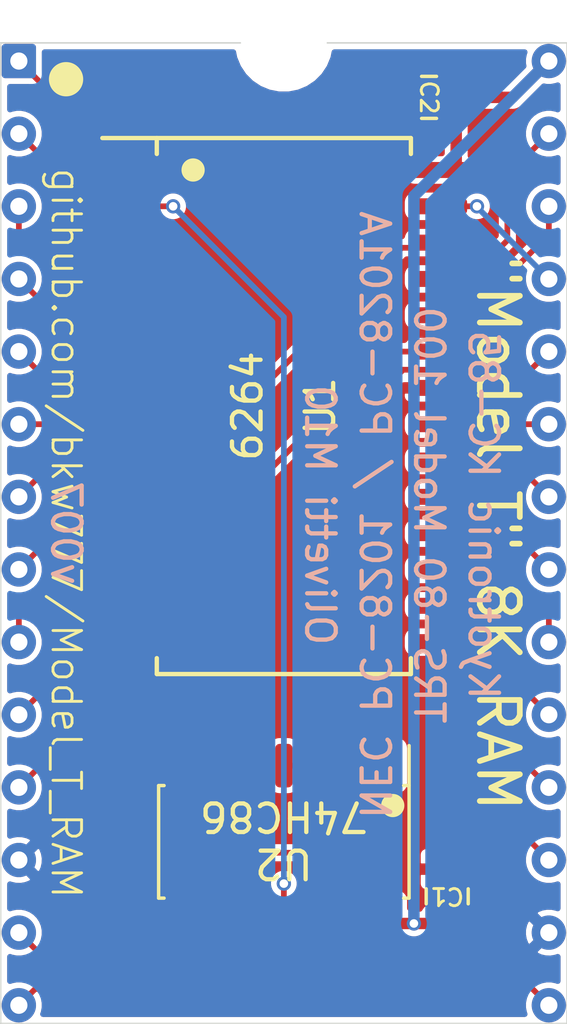
<source format=kicad_pcb>
(kicad_pcb (version 20171130) (host pcbnew 5.1.10-88a1d61d58~88~ubuntu20.10.1)

  (general
    (thickness 1.6)
    (drawings 12)
    (tracks 140)
    (zones 0)
    (modules 6)
    (nets 32)
  )

  (page A4)
  (title_block
    (title "Model T 8K RAM Module")
    (date 2021-09-14)
    (rev 007)
    (company b.kenyon.w@gmail.com)
  )

  (layers
    (0 F.Cu signal)
    (31 B.Cu signal)
    (32 B.Adhes user hide)
    (33 F.Adhes user hide)
    (34 B.Paste user hide)
    (35 F.Paste user hide)
    (36 B.SilkS user)
    (37 F.SilkS user)
    (38 B.Mask user)
    (39 F.Mask user)
    (40 Dwgs.User user)
    (41 Cmts.User user hide)
    (42 Eco1.User user hide)
    (43 Eco2.User user hide)
    (44 Edge.Cuts user)
    (45 Margin user hide)
    (46 B.CrtYd user hide)
    (47 F.CrtYd user hide)
  )

  (setup
    (last_trace_width 0.2)
    (user_trace_width 0.4)
    (trace_clearance 0.2)
    (zone_clearance 0.508)
    (zone_45_only no)
    (trace_min 0.2)
    (via_size 0.5)
    (via_drill 0.3)
    (via_min_size 0.5)
    (via_min_drill 0.3)
    (user_via 1.2 0.6)
    (uvia_size 0.5)
    (uvia_drill 0.3)
    (uvias_allowed no)
    (uvia_min_size 0.5)
    (uvia_min_drill 0.3)
    (edge_width 0.05)
    (segment_width 0.2)
    (pcb_text_width 0.3)
    (pcb_text_size 1.5 1.5)
    (mod_edge_width 0.12)
    (mod_text_size 1 1)
    (mod_text_width 0.15)
    (pad_size 1.524 1.524)
    (pad_drill 0.762)
    (pad_to_mask_clearance 0)
    (solder_mask_min_width 0.22)
    (aux_axis_origin 0 0)
    (grid_origin 147.32 99.06)
    (visible_elements FFFFFF7F)
    (pcbplotparams
      (layerselection 0x010f0_ffffffff)
      (usegerberextensions true)
      (usegerberattributes false)
      (usegerberadvancedattributes true)
      (creategerberjobfile true)
      (excludeedgelayer true)
      (linewidth 0.100000)
      (plotframeref false)
      (viasonmask false)
      (mode 1)
      (useauxorigin false)
      (hpglpennumber 1)
      (hpglpenspeed 20)
      (hpglpendiameter 15.000000)
      (psnegative false)
      (psa4output false)
      (plotreference true)
      (plotvalue true)
      (plotinvisibletext false)
      (padsonsilk false)
      (subtractmaskfromsilk false)
      (outputformat 1)
      (mirror false)
      (drillshape 0)
      (scaleselection 1)
      (outputdirectory "GERBER_Model_T_RAM_v007"))
  )

  (net 0 "")
  (net 1 /~CS_C)
  (net 2 /~CS_D)
  (net 3 GND)
  (net 4 /~CS_A)
  (net 5 /~CS_B)
  (net 6 VCC)
  (net 7 /CE2)
  (net 8 /A11)
  (net 9 /A12)
  (net 10 "Net-(U2-Pad3)")
  (net 11 /A7)
  (net 12 /A6)
  (net 13 /A5)
  (net 14 /AD3)
  (net 15 /A4)
  (net 16 /AD4)
  (net 17 /A3)
  (net 18 /AD5)
  (net 19 /A2)
  (net 20 /AD6)
  (net 21 /A1)
  (net 22 /AD7)
  (net 23 /A0)
  (net 24 /AD0)
  (net 25 /A10)
  (net 26 /AD1)
  (net 27 /AD2)
  (net 28 /~WE)
  (net 29 /A9)
  (net 30 /A8)
  (net 31 /RAM_RST)

  (net_class Default "This is the default net class."
    (clearance 0.2)
    (trace_width 0.2)
    (via_dia 0.5)
    (via_drill 0.3)
    (uvia_dia 0.5)
    (uvia_drill 0.3)
    (add_net /A0)
    (add_net /A1)
    (add_net /A10)
    (add_net /A11)
    (add_net /A12)
    (add_net /A2)
    (add_net /A3)
    (add_net /A4)
    (add_net /A5)
    (add_net /A6)
    (add_net /A7)
    (add_net /A8)
    (add_net /A9)
    (add_net /AD0)
    (add_net /AD1)
    (add_net /AD2)
    (add_net /AD3)
    (add_net /AD4)
    (add_net /AD5)
    (add_net /AD6)
    (add_net /AD7)
    (add_net /CE2)
    (add_net /RAM_RST)
    (add_net /~CS_A)
    (add_net /~CS_B)
    (add_net /~CS_C)
    (add_net /~CS_D)
    (add_net /~WE)
    (add_net GND)
    (add_net "Net-(U2-Pad3)")
    (add_net VCC)
  )

  (module 000_LOCAL:C_0805 (layer F.Cu) (tedit 611EA2E4) (tstamp 611F01E0)
    (at 152.4 83.82 180)
    (descr "Capacitor SMD 0805 (2012 Metric), square (rectangular) end terminal, IPC_7351 nominal, (Body size source: IPC-SM-782 page 76, https://www.pcb-3d.com/wordpress/wp-content/uploads/ipc-sm-782a_amendment_1_and_2.pdf, https://docs.google.com/spreadsheets/d/1BsfQQcO9C6DZCsRaXUlFlo91Tg2WpOkGARC1WS5S8t0/edit?usp=sharing), generated with kicad-footprint-generator")
    (tags capacitor)
    (path /611FFB62)
    (attr smd)
    (fp_text reference C2 (at 0 0 270 unlocked) (layer F.SilkS)
      (effects (font (size 0.6 0.6) (thickness 0.1)))
    )
    (fp_text value 0.1u (at 0 1.68) (layer F.Fab)
      (effects (font (size 1 1) (thickness 0.15)))
    )
    (fp_line (start 1.7 0.98) (end -1.7 0.98) (layer F.CrtYd) (width 0.05))
    (fp_line (start 1.7 -0.98) (end 1.7 0.98) (layer F.CrtYd) (width 0.05))
    (fp_line (start -1.7 -0.98) (end 1.7 -0.98) (layer F.CrtYd) (width 0.05))
    (fp_line (start -1.7 0.98) (end -1.7 -0.98) (layer F.CrtYd) (width 0.05))
    (fp_line (start -0.261252 0.735) (end 0.261252 0.735) (layer F.SilkS) (width 0.12))
    (fp_line (start -0.261252 -0.735) (end 0.261252 -0.735) (layer F.SilkS) (width 0.12))
    (fp_line (start 1 0.625) (end -1 0.625) (layer F.Fab) (width 0.1))
    (fp_line (start 1 -0.625) (end 1 0.625) (layer F.Fab) (width 0.1))
    (fp_line (start -1 -0.625) (end 1 -0.625) (layer F.Fab) (width 0.1))
    (fp_line (start -1 0.625) (end -1 -0.625) (layer F.Fab) (width 0.1))
    (fp_text user %R (at 0 0) (layer F.Fab)
      (effects (font (size 0.5 0.5) (thickness 0.08)))
    )
    (pad 2 smd roundrect (at 0.95 0 180) (size 1 1.45) (layers F.Cu F.Paste F.Mask) (roundrect_rratio 0.25)
      (net 3 GND))
    (pad 1 smd roundrect (at -0.95 0 180) (size 1 1.45) (layers F.Cu F.Paste F.Mask) (roundrect_rratio 0.25)
      (net 6 VCC))
    (model ${KIPRJMOD}/000_LOCAL.pretty/packages3d/C_0805.step
      (at (xyz 0 0 0))
      (scale (xyz 1 1 1))
      (rotate (xyz 0 0 0))
    )
  )

  (module 000_LOCAL:C_0805 (layer F.Cu) (tedit 611EA2E4) (tstamp 611F01CF)
    (at 153.035 111.76 90)
    (descr "Capacitor SMD 0805 (2012 Metric), square (rectangular) end terminal, IPC_7351 nominal, (Body size source: IPC-SM-782 page 76, https://www.pcb-3d.com/wordpress/wp-content/uploads/ipc-sm-782a_amendment_1_and_2.pdf, https://docs.google.com/spreadsheets/d/1BsfQQcO9C6DZCsRaXUlFlo91Tg2WpOkGARC1WS5S8t0/edit?usp=sharing), generated with kicad-footprint-generator")
    (tags capacitor)
    (path /6120A490)
    (attr smd)
    (fp_text reference C1 (at 0 0 -180 unlocked) (layer F.SilkS)
      (effects (font (size 0.6 0.6) (thickness 0.1)))
    )
    (fp_text value 0.1u (at 0 1.68 90) (layer F.Fab)
      (effects (font (size 1 1) (thickness 0.15)))
    )
    (fp_line (start 1.7 0.98) (end -1.7 0.98) (layer F.CrtYd) (width 0.05))
    (fp_line (start 1.7 -0.98) (end 1.7 0.98) (layer F.CrtYd) (width 0.05))
    (fp_line (start -1.7 -0.98) (end 1.7 -0.98) (layer F.CrtYd) (width 0.05))
    (fp_line (start -1.7 0.98) (end -1.7 -0.98) (layer F.CrtYd) (width 0.05))
    (fp_line (start -0.261252 0.735) (end 0.261252 0.735) (layer F.SilkS) (width 0.12))
    (fp_line (start -0.261252 -0.735) (end 0.261252 -0.735) (layer F.SilkS) (width 0.12))
    (fp_line (start 1 0.625) (end -1 0.625) (layer F.Fab) (width 0.1))
    (fp_line (start 1 -0.625) (end 1 0.625) (layer F.Fab) (width 0.1))
    (fp_line (start -1 -0.625) (end 1 -0.625) (layer F.Fab) (width 0.1))
    (fp_line (start -1 0.625) (end -1 -0.625) (layer F.Fab) (width 0.1))
    (fp_text user %R (at 0 0 90) (layer F.Fab)
      (effects (font (size 0.5 0.5) (thickness 0.08)))
    )
    (pad 2 smd roundrect (at 0.95 0 90) (size 1 1.45) (layers F.Cu F.Paste F.Mask) (roundrect_rratio 0.25)
      (net 3 GND))
    (pad 1 smd roundrect (at -0.95 0 90) (size 1 1.45) (layers F.Cu F.Paste F.Mask) (roundrect_rratio 0.25)
      (net 6 VCC))
    (model ${KIPRJMOD}/000_LOCAL.pretty/packages3d/C_0805.step
      (at (xyz 0 0 0))
      (scale (xyz 1 1 1))
      (rotate (xyz 0 0 0))
    )
  )

  (module 000_LOCAL:SOIC-14_4x9 (layer F.Cu) (tedit 607E2016) (tstamp 6075251B)
    (at 147.32 109.855 270)
    (descr "SOIC, 14 Pin (JEDEC MS-012AB, https://www.analog.com/media/en/package-pcb-resources/package/pkg_pdf/soic_narrow-r/r_14.pdf), generated with kicad-footprint-generator ipc_gullwing_generator.py")
    (tags "SOIC SO")
    (path /60785C24)
    (attr smd)
    (fp_text reference U2 (at 0.762 0 180 unlocked) (layer F.SilkS)
      (effects (font (size 1 1) (thickness 0.15)))
    )
    (fp_text value 74HC86 (at -0.889 0 180 unlocked) (layer F.SilkS)
      (effects (font (size 1 1) (thickness 0.15)))
    )
    (fp_circle (center -1.27 -3.81) (end -1.0668 -3.81) (layer F.SilkS) (width 0.4064))
    (fp_line (start -1.9685 -4.191) (end -1.9685 -4.3815) (layer F.SilkS) (width 0.12))
    (fp_line (start 1.9685 -4.191) (end 1.9685 -4.3815) (layer F.SilkS) (width 0.12))
    (fp_line (start -3.3655 -4.3815) (end 1.9685 -4.3815) (layer F.SilkS) (width 0.12))
    (fp_line (start 1.9685 4.3815) (end 1.9685 4.191) (layer F.SilkS) (width 0.12))
    (fp_line (start -1.9685 4.3815) (end 1.9685 4.3815) (layer F.SilkS) (width 0.12))
    (fp_line (start -1.9685 4.191) (end -1.9685 4.3815) (layer F.SilkS) (width 0.12))
    (fp_line (start -0.975 -4.325) (end 1.95 -4.325) (layer F.Fab) (width 0.1))
    (fp_line (start 1.95 -4.325) (end 1.95 4.325) (layer F.Fab) (width 0.1))
    (fp_line (start 1.95 4.325) (end -1.95 4.325) (layer F.Fab) (width 0.1))
    (fp_line (start -1.95 4.325) (end -1.95 -3.35) (layer F.Fab) (width 0.1))
    (fp_line (start -1.95 -3.35) (end -0.975 -4.325) (layer F.Fab) (width 0.1))
    (fp_line (start -3.7 -4.58) (end -3.7 4.58) (layer F.CrtYd) (width 0.05))
    (fp_line (start -3.7 4.58) (end 3.7 4.58) (layer F.CrtYd) (width 0.05))
    (fp_line (start 3.7 4.58) (end 3.7 -4.58) (layer F.CrtYd) (width 0.05))
    (fp_line (start 3.7 -4.58) (end -3.7 -4.58) (layer F.CrtYd) (width 0.05))
    (fp_text user %R (at 0 0 90) (layer F.Fab)
      (effects (font (size 0.98 0.98) (thickness 0.15)))
    )
    (pad 14 smd roundrect (at 2.6655 -3.81 270) (size 1.524 0.6) (layers F.Cu F.Paste F.Mask) (roundrect_rratio 0.25)
      (net 6 VCC))
    (pad 13 smd roundrect (at 2.6655 -2.54 270) (size 1.524 0.6) (layers F.Cu F.Paste F.Mask) (roundrect_rratio 0.25)
      (net 1 /~CS_C))
    (pad 12 smd roundrect (at 2.6655 -1.27 270) (size 1.524 0.6) (layers F.Cu F.Paste F.Mask) (roundrect_rratio 0.25)
      (net 4 /~CS_A))
    (pad 11 smd roundrect (at 2.6655 0 270) (size 1.524 0.6) (layers F.Cu F.Paste F.Mask) (roundrect_rratio 0.25)
      (net 9 /A12))
    (pad 10 smd roundrect (at 2.6655 1.27 270) (size 1.524 0.6) (layers F.Cu F.Paste F.Mask) (roundrect_rratio 0.25)
      (net 5 /~CS_B))
    (pad 9 smd roundrect (at 2.6655 2.54 270) (size 1.524 0.6) (layers F.Cu F.Paste F.Mask) (roundrect_rratio 0.25)
      (net 4 /~CS_A))
    (pad 8 smd roundrect (at 2.6655 3.81 270) (size 1.524 0.6) (layers F.Cu F.Paste F.Mask) (roundrect_rratio 0.25)
      (net 8 /A11))
    (pad 7 smd roundrect (at -2.6655 3.81 270) (size 1.524 0.6) (layers F.Cu F.Paste F.Mask) (roundrect_rratio 0.25)
      (net 3 GND))
    (pad 6 smd roundrect (at -2.6655 2.54 270) (size 1.524 0.6) (layers F.Cu F.Paste F.Mask) (roundrect_rratio 0.25)
      (net 7 /CE2))
    (pad 5 smd roundrect (at -2.6655 1.27 270) (size 1.524 0.6) (layers F.Cu F.Paste F.Mask) (roundrect_rratio 0.25)
      (net 8 /A11))
    (pad 4 smd roundrect (at -2.6655 0 270) (size 1.524 0.6) (layers F.Cu F.Paste F.Mask) (roundrect_rratio 0.25)
      (net 10 "Net-(U2-Pad3)"))
    (pad 3 smd roundrect (at -2.6655 -1.27 270) (size 1.524 0.6) (layers F.Cu F.Paste F.Mask) (roundrect_rratio 0.25)
      (net 10 "Net-(U2-Pad3)"))
    (pad 2 smd roundrect (at -2.6655 -2.54 270) (size 1.524 0.6) (layers F.Cu F.Paste F.Mask) (roundrect_rratio 0.25)
      (net 1 /~CS_C))
    (pad 1 smd roundrect (at -2.6655 -3.81 270) (size 1.524 0.6) (layers F.Cu F.Paste F.Mask) (roundrect_rratio 0.25)
      (net 2 /~CS_D))
    (model ${KIPRJMOD}/000_LOCAL.pretty/packages3d/SOIC-14_3.9x8.7mm_P1.27mm.step
      (at (xyz 0 0 0))
      (scale (xyz 1 1 1))
      (rotate (xyz 0 0 0))
    )
  )

  (module 000_LOCAL:AS6C6264-55SCN (layer F.Cu) (tedit 607E5D6C) (tstamp 607524FB)
    (at 147.32 94.615)
    (path /60748B1A)
    (attr smd)
    (fp_text reference U1 (at 1.27 0 -90) (layer F.SilkS)
      (effects (font (size 1 1) (thickness 0.15)))
    )
    (fp_text value 6264 (at -1.27 0 -90) (layer F.SilkS)
      (effects (font (size 1 1) (thickness 0.15)))
    )
    (fp_circle (center -3.175 -8.255) (end -2.9718 -8.255) (layer F.SilkS) (width 0.4064))
    (fp_line (start 4.445 -8.81634) (end 4.445 -9.3726) (layer F.SilkS) (width 0.1524))
    (fp_line (start -4.445 8.81634) (end -4.445 9.3726) (layer F.SilkS) (width 0.1524))
    (fp_line (start -4.445 -9.3726) (end -4.445 -8.81634) (layer F.SilkS) (width 0.1524))
    (fp_line (start 4.445 -9.3726) (end -6.35 -9.3726) (layer F.SilkS) (width 0.1524))
    (fp_line (start 4.445 9.3726) (end 4.445 8.81634) (layer F.SilkS) (width 0.1524))
    (fp_line (start -4.445 9.3726) (end 4.445 9.3726) (layer F.SilkS) (width 0.1524))
    (pad 28 smd roundrect (at 5.4229 -8.255) (size 1.9812 0.5588) (layers F.Cu F.Paste F.Mask) (roundrect_rratio 0.25)
      (net 6 VCC))
    (pad 27 smd roundrect (at 5.4229 -6.985) (size 1.9812 0.5588) (layers F.Cu F.Paste F.Mask) (roundrect_rratio 0.25)
      (net 28 /~WE))
    (pad 26 smd roundrect (at 5.4229 -5.715) (size 1.9812 0.5588) (layers F.Cu F.Paste F.Mask) (roundrect_rratio 0.25)
      (net 7 /CE2))
    (pad 25 smd roundrect (at 5.4229 -4.445) (size 1.9812 0.5588) (layers F.Cu F.Paste F.Mask) (roundrect_rratio 0.25)
      (net 30 /A8))
    (pad 24 smd roundrect (at 5.4229 -3.175) (size 1.9812 0.5588) (layers F.Cu F.Paste F.Mask) (roundrect_rratio 0.25)
      (net 29 /A9))
    (pad 23 smd roundrect (at 5.4229 -1.905) (size 1.9812 0.5588) (layers F.Cu F.Paste F.Mask) (roundrect_rratio 0.25)
      (net 8 /A11))
    (pad 22 smd roundrect (at 5.4229 -0.635) (size 1.9812 0.5588) (layers F.Cu F.Paste F.Mask) (roundrect_rratio 0.25)
      (net 3 GND))
    (pad 21 smd roundrect (at 5.4229 0.635) (size 1.9812 0.5588) (layers F.Cu F.Paste F.Mask) (roundrect_rratio 0.25)
      (net 25 /A10))
    (pad 20 smd roundrect (at 5.4229 1.905) (size 1.9812 0.5588) (layers F.Cu F.Paste F.Mask) (roundrect_rratio 0.25)
      (net 31 /RAM_RST))
    (pad 19 smd roundrect (at 5.4229 3.175) (size 1.9812 0.5588) (layers F.Cu F.Paste F.Mask) (roundrect_rratio 0.25)
      (net 22 /AD7))
    (pad 18 smd roundrect (at 5.4229 4.445) (size 1.9812 0.5588) (layers F.Cu F.Paste F.Mask) (roundrect_rratio 0.25)
      (net 20 /AD6))
    (pad 17 smd roundrect (at 5.4229 5.715) (size 1.9812 0.5588) (layers F.Cu F.Paste F.Mask) (roundrect_rratio 0.25)
      (net 18 /AD5))
    (pad 16 smd roundrect (at 5.4229 6.985) (size 1.9812 0.5588) (layers F.Cu F.Paste F.Mask) (roundrect_rratio 0.25)
      (net 16 /AD4))
    (pad 15 smd roundrect (at 5.4229 8.255) (size 1.9812 0.5588) (layers F.Cu F.Paste F.Mask) (roundrect_rratio 0.25)
      (net 14 /AD3))
    (pad 14 smd roundrect (at -5.4229 8.255) (size 1.9812 0.5588) (layers F.Cu F.Paste F.Mask) (roundrect_rratio 0.25)
      (net 3 GND))
    (pad 13 smd roundrect (at -5.4229 6.985) (size 1.9812 0.5588) (layers F.Cu F.Paste F.Mask) (roundrect_rratio 0.25)
      (net 27 /AD2))
    (pad 12 smd roundrect (at -5.4229 5.715) (size 1.9812 0.5588) (layers F.Cu F.Paste F.Mask) (roundrect_rratio 0.25)
      (net 26 /AD1))
    (pad 11 smd roundrect (at -5.4229 4.445) (size 1.9812 0.5588) (layers F.Cu F.Paste F.Mask) (roundrect_rratio 0.25)
      (net 24 /AD0))
    (pad 10 smd roundrect (at -5.4229 3.175) (size 1.9812 0.5588) (layers F.Cu F.Paste F.Mask) (roundrect_rratio 0.25)
      (net 23 /A0))
    (pad 9 smd roundrect (at -5.4229 1.905) (size 1.9812 0.5588) (layers F.Cu F.Paste F.Mask) (roundrect_rratio 0.25)
      (net 21 /A1))
    (pad 8 smd roundrect (at -5.4229 0.635) (size 1.9812 0.5588) (layers F.Cu F.Paste F.Mask) (roundrect_rratio 0.25)
      (net 19 /A2))
    (pad 7 smd roundrect (at -5.4229 -0.635) (size 1.9812 0.5588) (layers F.Cu F.Paste F.Mask) (roundrect_rratio 0.25)
      (net 17 /A3))
    (pad 6 smd roundrect (at -5.4229 -1.905) (size 1.9812 0.5588) (layers F.Cu F.Paste F.Mask) (roundrect_rratio 0.25)
      (net 15 /A4))
    (pad 5 smd roundrect (at -5.4229 -3.175) (size 1.9812 0.5588) (layers F.Cu F.Paste F.Mask) (roundrect_rratio 0.25)
      (net 13 /A5))
    (pad 4 smd roundrect (at -5.4229 -4.445) (size 1.9812 0.5588) (layers F.Cu F.Paste F.Mask) (roundrect_rratio 0.25)
      (net 12 /A6))
    (pad 3 smd roundrect (at -5.4229 -5.715) (size 1.9812 0.5588) (layers F.Cu F.Paste F.Mask) (roundrect_rratio 0.25)
      (net 11 /A7))
    (pad 2 smd roundrect (at -5.4229 -6.985) (size 1.9812 0.5588) (layers F.Cu F.Paste F.Mask) (roundrect_rratio 0.25)
      (net 9 /A12))
    (pad 1 smd roundrect (at -5.4229 -8.255) (size 1.9812 0.5588) (layers F.Cu F.Paste F.Mask) (roundrect_rratio 0.25))
    (model ${KIPRJMOD}/000_LOCAL.pretty/packages3d/SOP-28_MIL330_ALL.step
      (at (xyz 0 0 0))
      (scale (xyz 1 1 1))
      (rotate (xyz 0 0 0))
    )
  )

  (module 000_LOCAL:NPTH_3mm locked (layer F.Cu) (tedit 6074CF23) (tstamp 60764103)
    (at 147.32 81.915)
    (fp_text reference REF** (at 0 2 unlocked) (layer F.SilkS) hide
      (effects (font (size 1 1) (thickness 0.1)))
    )
    (fp_text value NPTH_3mm (at 0 -2) (layer F.Fab)
      (effects (font (size 1 1) (thickness 0.1)))
    )
    (pad "" np_thru_hole circle (at 0 0) (size 3 3) (drill 3) (layers *.Cu *.Mask))
  )

  (module 000_LOCAL:DIP28_0.73_pcb_sil_pins (layer F.Cu) (tedit 6074CBA6) (tstamp 6074D6F1)
    (at 147.32 99.06)
    (descr "28-lead though-hole mounted DIP package, row spacing 15.24 mm (600 mils)")
    (tags "THT DIP DIL PDIP 2.54mm 15.24mm 600mil")
    (path /60746CE1)
    (fp_text reference J1 (at 0 0 -90) (layer F.SilkS) hide
      (effects (font (size 1 1) (thickness 0.15)))
    )
    (fp_text value KC-85_RAM (at -1.5 0 -90) (layer F.Fab)
      (effects (font (size 1 1) (thickness 0.15)))
    )
    (fp_line (start -9.8806 -17.1196) (end -9.8806 17.1196) (layer F.CrtYd) (width 0.01))
    (fp_line (start -9.8806 17.1196) (end 9.8806 17.1196) (layer F.CrtYd) (width 0.01))
    (fp_line (start 9.8806 17.1196) (end 9.8806 -17.1196) (layer F.CrtYd) (width 0.01))
    (fp_line (start 9.8806 -17.1196) (end -9.8806 -17.1196) (layer F.CrtYd) (width 0.01))
    (fp_text user %R (at 0 0 -90) (layer F.Fab)
      (effects (font (size 1 1) (thickness 0.15)))
    )
    (pad 1 thru_hole roundrect (at -9.271 -16.51) (size 1.2 1.2) (drill 0.6) (layers *.Cu *.Mask) (roundrect_rratio 0.1)
      (net 11 /A7))
    (pad 15 thru_hole circle (at 9.271 16.51) (size 1.2 1.2) (drill 0.6) (layers *.Cu *.Mask)
      (net 1 /~CS_C))
    (pad 2 thru_hole circle (at -9.271 -13.97) (size 1.2 1.2) (drill 0.6) (layers *.Cu *.Mask)
      (net 12 /A6))
    (pad 16 thru_hole circle (at 9.271 13.97) (size 1.2 1.2) (drill 0.6) (layers *.Cu *.Mask)
      (net 3 GND))
    (pad 3 thru_hole circle (at -9.271 -11.43) (size 1.2 1.2) (drill 0.6) (layers *.Cu *.Mask)
      (net 13 /A5))
    (pad 17 thru_hole circle (at 9.271 11.43) (size 1.2 1.2) (drill 0.6) (layers *.Cu *.Mask)
      (net 14 /AD3))
    (pad 4 thru_hole circle (at -9.271 -8.89) (size 1.2 1.2) (drill 0.6) (layers *.Cu *.Mask)
      (net 15 /A4))
    (pad 18 thru_hole circle (at 9.271 8.89) (size 1.2 1.2) (drill 0.6) (layers *.Cu *.Mask)
      (net 16 /AD4))
    (pad 5 thru_hole circle (at -9.271 -6.35) (size 1.2 1.2) (drill 0.6) (layers *.Cu *.Mask)
      (net 17 /A3))
    (pad 19 thru_hole circle (at 9.271 6.35) (size 1.2 1.2) (drill 0.6) (layers *.Cu *.Mask)
      (net 18 /AD5))
    (pad 6 thru_hole circle (at -9.271 -3.81) (size 1.2 1.2) (drill 0.6) (layers *.Cu *.Mask)
      (net 19 /A2))
    (pad 20 thru_hole circle (at 9.271 3.81) (size 1.2 1.2) (drill 0.6) (layers *.Cu *.Mask)
      (net 20 /AD6))
    (pad 7 thru_hole circle (at -9.271 -1.27) (size 1.2 1.2) (drill 0.6) (layers *.Cu *.Mask)
      (net 21 /A1))
    (pad 21 thru_hole circle (at 9.271 1.27) (size 1.2 1.2) (drill 0.6) (layers *.Cu *.Mask)
      (net 22 /AD7))
    (pad 8 thru_hole circle (at -9.271 1.27) (size 1.2 1.2) (drill 0.6) (layers *.Cu *.Mask)
      (net 23 /A0))
    (pad 22 thru_hole circle (at 9.271 -1.27) (size 1.2 1.2) (drill 0.6) (layers *.Cu *.Mask)
      (net 31 /RAM_RST))
    (pad 9 thru_hole circle (at -9.271 3.81) (size 1.2 1.2) (drill 0.6) (layers *.Cu *.Mask)
      (net 24 /AD0))
    (pad 23 thru_hole circle (at 9.271 -3.81) (size 1.2 1.2) (drill 0.6) (layers *.Cu *.Mask)
      (net 25 /A10))
    (pad 10 thru_hole circle (at -9.271 6.35) (size 1.2 1.2) (drill 0.6) (layers *.Cu *.Mask)
      (net 26 /AD1))
    (pad 24 thru_hole circle (at 9.271 -6.35) (size 1.2 1.2) (drill 0.6) (layers *.Cu *.Mask)
      (net 2 /~CS_D))
    (pad 11 thru_hole circle (at -9.271 8.89) (size 1.2 1.2) (drill 0.6) (layers *.Cu *.Mask)
      (net 27 /AD2))
    (pad 25 thru_hole circle (at 9.271 -8.89) (size 1.2 1.2) (drill 0.6) (layers *.Cu *.Mask)
      (net 28 /~WE))
    (pad 12 thru_hole circle (at -9.271 11.43) (size 1.2 1.2) (drill 0.6) (layers *.Cu *.Mask)
      (net 3 GND))
    (pad 26 thru_hole circle (at 9.271 -11.43) (size 1.2 1.2) (drill 0.6) (layers *.Cu *.Mask)
      (net 29 /A9))
    (pad 13 thru_hole circle (at -9.271 13.97) (size 1.2 1.2) (drill 0.6) (layers *.Cu *.Mask)
      (net 4 /~CS_A))
    (pad 27 thru_hole circle (at 9.271 -13.97) (size 1.2 1.2) (drill 0.6) (layers *.Cu *.Mask)
      (net 30 /A8))
    (pad 14 thru_hole circle (at -9.271 16.51) (size 1.2 1.2) (drill 0.6) (layers *.Cu *.Mask)
      (net 5 /~CS_B))
    (pad 28 thru_hole circle (at 9.271 -16.51) (size 1.2 1.2) (drill 0.6) (layers *.Cu *.Mask)
      (net 6 VCC))
    (model ${KIPRJMOD}/000_LOCAL.pretty/packages3d/DIL_LEG.step
      (offset (xyz -9.271000000000001 16.51 0.18034))
      (scale (xyz 1 1 1))
      (rotate (xyz 0 0 0))
    )
    (model ${KIPRJMOD}/000_LOCAL.pretty/packages3d/DIL_LEG.step
      (offset (xyz -9.271000000000001 13.97 0.18034))
      (scale (xyz 1 1 1))
      (rotate (xyz 0 0 0))
    )
    (model ${KIPRJMOD}/000_LOCAL.pretty/packages3d/DIL_LEG.step
      (offset (xyz -9.271000000000001 11.43 0.18034))
      (scale (xyz 1 1 1))
      (rotate (xyz 0 0 0))
    )
    (model ${KIPRJMOD}/000_LOCAL.pretty/packages3d/DIL_LEG.step
      (offset (xyz -9.271000000000001 8.890000000000001 0.18034))
      (scale (xyz 1 1 1))
      (rotate (xyz 0 0 0))
    )
    (model ${KIPRJMOD}/000_LOCAL.pretty/packages3d/DIL_LEG.step
      (offset (xyz -9.271000000000001 6.35 0.18034))
      (scale (xyz 1 1 1))
      (rotate (xyz 0 0 0))
    )
    (model ${KIPRJMOD}/000_LOCAL.pretty/packages3d/DIL_LEG.step
      (offset (xyz -9.271000000000001 3.81 0.18034))
      (scale (xyz 1 1 1))
      (rotate (xyz 0 0 0))
    )
    (model ${KIPRJMOD}/000_LOCAL.pretty/packages3d/DIL_LEG.step
      (offset (xyz -9.271000000000001 1.27 0.18034))
      (scale (xyz 1 1 1))
      (rotate (xyz 0 0 0))
    )
    (model ${KIPRJMOD}/000_LOCAL.pretty/packages3d/DIL_LEG.step
      (offset (xyz -9.271000000000001 -1.27 0.18034))
      (scale (xyz 1 1 1))
      (rotate (xyz 0 0 0))
    )
    (model ${KIPRJMOD}/000_LOCAL.pretty/packages3d/DIL_LEG.step
      (offset (xyz -9.271000000000001 -3.81 0.18034))
      (scale (xyz 1 1 1))
      (rotate (xyz 0 0 0))
    )
    (model ${KIPRJMOD}/000_LOCAL.pretty/packages3d/DIL_LEG.step
      (offset (xyz -9.271000000000001 -6.35 0.18034))
      (scale (xyz 1 1 1))
      (rotate (xyz 0 0 0))
    )
    (model ${KIPRJMOD}/000_LOCAL.pretty/packages3d/DIL_LEG.step
      (offset (xyz -9.271000000000001 -8.890000000000001 0.18034))
      (scale (xyz 1 1 1))
      (rotate (xyz 0 0 0))
    )
    (model ${KIPRJMOD}/000_LOCAL.pretty/packages3d/DIL_LEG.step
      (offset (xyz -9.271000000000001 -11.43 0.18034))
      (scale (xyz 1 1 1))
      (rotate (xyz 0 0 0))
    )
    (model ${KIPRJMOD}/000_LOCAL.pretty/packages3d/DIL_LEG.step
      (offset (xyz -9.271000000000001 -13.97 0.18034))
      (scale (xyz 1 1 1))
      (rotate (xyz 0 0 0))
    )
    (model ${KIPRJMOD}/000_LOCAL.pretty/packages3d/DIL_LEG.step
      (offset (xyz -9.271000000000001 -16.51 0.18034))
      (scale (xyz 1 1 1))
      (rotate (xyz 0 0 0))
    )
    (model ${KIPRJMOD}/000_LOCAL.pretty/packages3d/DIL_LEG.step
      (offset (xyz 9.271000000000001 -16.51 0.18034))
      (scale (xyz 1 1 1))
      (rotate (xyz 0 0 0))
    )
    (model ${KIPRJMOD}/000_LOCAL.pretty/packages3d/DIL_LEG.step
      (offset (xyz 9.271000000000001 -13.97 0.18034))
      (scale (xyz 1 1 1))
      (rotate (xyz 0 0 0))
    )
    (model ${KIPRJMOD}/000_LOCAL.pretty/packages3d/DIL_LEG.step
      (offset (xyz 9.271000000000001 -11.43 0.18034))
      (scale (xyz 1 1 1))
      (rotate (xyz 0 0 0))
    )
    (model ${KIPRJMOD}/000_LOCAL.pretty/packages3d/DIL_LEG.step
      (offset (xyz 9.271000000000001 -8.890000000000001 0.18034))
      (scale (xyz 1 1 1))
      (rotate (xyz 0 0 0))
    )
    (model ${KIPRJMOD}/000_LOCAL.pretty/packages3d/DIL_LEG.step
      (offset (xyz 9.271000000000001 -6.35 0.18034))
      (scale (xyz 1 1 1))
      (rotate (xyz 0 0 0))
    )
    (model ${KIPRJMOD}/000_LOCAL.pretty/packages3d/DIL_LEG.step
      (offset (xyz 9.271000000000001 -3.81 0.18034))
      (scale (xyz 1 1 1))
      (rotate (xyz 0 0 0))
    )
    (model ${KIPRJMOD}/000_LOCAL.pretty/packages3d/DIL_LEG.step
      (offset (xyz 9.271000000000001 -1.27 0.18034))
      (scale (xyz 1 1 1))
      (rotate (xyz 0 0 0))
    )
    (model ${KIPRJMOD}/000_LOCAL.pretty/packages3d/DIL_LEG.step
      (offset (xyz 9.271000000000001 1.27 0.18034))
      (scale (xyz 1 1 1))
      (rotate (xyz 0 0 0))
    )
    (model ${KIPRJMOD}/000_LOCAL.pretty/packages3d/DIL_LEG.step
      (offset (xyz 9.271000000000001 3.81 0.18034))
      (scale (xyz 1 1 1))
      (rotate (xyz 0 0 0))
    )
    (model ${KIPRJMOD}/000_LOCAL.pretty/packages3d/DIL_LEG.step
      (offset (xyz 9.271000000000001 6.35 0.18034))
      (scale (xyz 1 1 1))
      (rotate (xyz 0 0 0))
    )
    (model ${KIPRJMOD}/000_LOCAL.pretty/packages3d/DIL_LEG.step
      (offset (xyz 9.271000000000001 8.890000000000001 0.18034))
      (scale (xyz 1 1 1))
      (rotate (xyz 0 0 0))
    )
    (model ${KIPRJMOD}/000_LOCAL.pretty/packages3d/DIL_LEG.step
      (offset (xyz 9.271000000000001 11.43 0.18034))
      (scale (xyz 1 1 1))
      (rotate (xyz 0 0 0))
    )
    (model ${KIPRJMOD}/000_LOCAL.pretty/packages3d/DIL_LEG.step
      (offset (xyz 9.271000000000001 13.97 0.18034))
      (scale (xyz 1 1 1))
      (rotate (xyz 0 0 0))
    )
    (model ${KIPRJMOD}/000_LOCAL.pretty/packages3d/DIL_LEG.step
      (offset (xyz 9.271000000000001 16.51 0.18034))
      (scale (xyz 1 1 1))
      (rotate (xyz 0 0 0))
    )
  )

  (gr_text v007 (at 139.7 99.06 -90) (layer B.SilkS)
    (effects (font (size 1 1) (thickness 0.15)) (justify mirror))
  )
  (gr_text "Olivetti M10" (at 148.59 98.425 -90) (layer B.SilkS) (tstamp 607655A1)
    (effects (font (size 1 1) (thickness 0.15)) (justify mirror))
  )
  (gr_text "NEC PC-8201 / PC-8201A" (at 150.495 98.425 -90) (layer B.SilkS) (tstamp 6076559F)
    (effects (font (size 1 1) (thickness 0.15)) (justify mirror))
  )
  (gr_text "TRS-80 Model 100" (at 152.4 98.425 -90) (layer B.SilkS) (tstamp 6076559D)
    (effects (font (size 1 1) (thickness 0.15)) (justify mirror))
  )
  (gr_text "Kyotronic KC-85" (at 154.305 98.425 -90) (layer B.SilkS)
    (effects (font (size 1 1) (thickness 0.15)) (justify mirror))
  )
  (gr_text github.com/bkw777/Model_T_RAM (at 139.7 99.06 -90) (layer F.SilkS) (tstamp 607651F7)
    (effects (font (size 1 1) (thickness 0.1)))
  )
  (gr_text "\"Model T\" 8K RAM" (at 154.813 99.06 -90) (layer F.SilkS)
    (effects (font (size 1.4 1.4) (thickness 0.2)))
  )
  (gr_circle (center 139.7 83.185) (end 140 83.185) (layer F.SilkS) (width 0.6))
  (gr_line (start 157.226 81.915) (end 137.414 81.915) (layer Edge.Cuts) (width 0.05) (tstamp 6074DB6C))
  (gr_line (start 157.226 116.205) (end 157.226 81.915) (layer Edge.Cuts) (width 0.05))
  (gr_line (start 137.414 116.205) (end 157.226 116.205) (layer Edge.Cuts) (width 0.05))
  (gr_line (start 137.414 81.915) (end 137.414 116.205) (layer Edge.Cuts) (width 0.05))

  (segment (start 150.049 112.5205) (end 150.0505 112.522) (width 0.2) (layer F.Cu) (net 1))
  (segment (start 149.86 112.5205) (end 150.049 112.5205) (width 0.2) (layer F.Cu) (net 1))
  (segment (start 149.8615 112.522) (end 150.0505 112.522) (width 0.2) (layer F.Cu) (net 1))
  (segment (start 149.86 112.5205) (end 149.8615 112.522) (width 0.2) (layer F.Cu) (net 1))
  (segment (start 149.86 107.1895) (end 149.86 112.5205) (width 0.2) (layer F.Cu) (net 1))
  (segment (start 155.321 114.3) (end 156.591 115.57) (width 0.2) (layer F.Cu) (net 1))
  (segment (start 150.749 114.3) (end 155.321 114.3) (width 0.2) (layer F.Cu) (net 1))
  (segment (start 150.0505 113.6015) (end 150.749 114.3) (width 0.2) (layer F.Cu) (net 1))
  (segment (start 150.0505 112.711) (end 150.0505 113.6015) (width 0.2) (layer F.Cu) (net 1))
  (segment (start 149.86 112.5205) (end 150.0505 112.711) (width 0.2) (layer F.Cu) (net 1))
  (segment (start 155.956 93.345) (end 156.591 92.71) (width 0.2) (layer F.Cu) (net 2))
  (segment (start 151.495 93.345) (end 155.956 93.345) (width 0.2) (layer F.Cu) (net 2))
  (segment (start 150.93 93.91) (end 151.495 93.345) (width 0.2) (layer F.Cu) (net 2))
  (segment (start 150.93 106.9895) (end 150.93 93.91) (width 0.2) (layer F.Cu) (net 2))
  (segment (start 151.13 107.1895) (end 150.93 106.9895) (width 0.2) (layer F.Cu) (net 2))
  (segment (start 139.1285 114.1095) (end 138.049 113.03) (width 0.2) (layer F.Cu) (net 4))
  (segment (start 144.018 114.1095) (end 139.1285 114.1095) (width 0.2) (layer F.Cu) (net 4))
  (segment (start 144.5895 113.538) (end 144.018 114.1095) (width 0.2) (layer F.Cu) (net 4))
  (segment (start 144.5895 112.711) (end 144.5895 113.538) (width 0.2) (layer F.Cu) (net 4))
  (segment (start 144.78 112.5205) (end 144.5895 112.711) (width 0.2) (layer F.Cu) (net 4))
  (segment (start 144.9705 112.522) (end 144.969 112.5205) (width 0.2) (layer F.Cu) (net 4))
  (segment (start 144.9705 111.506) (end 144.9705 112.522) (width 0.2) (layer F.Cu) (net 4))
  (segment (start 144.969 112.5205) (end 144.78 112.5205) (width 0.2) (layer F.Cu) (net 4))
  (segment (start 146.2405 110.236) (end 144.9705 111.506) (width 0.2) (layer F.Cu) (net 4))
  (segment (start 147.828 110.236) (end 146.2405 110.236) (width 0.2) (layer F.Cu) (net 4))
  (segment (start 148.3995 110.8075) (end 147.828 110.236) (width 0.2) (layer F.Cu) (net 4))
  (segment (start 148.3995 112.33) (end 148.3995 110.8075) (width 0.2) (layer F.Cu) (net 4))
  (segment (start 148.59 112.5205) (end 148.3995 112.33) (width 0.2) (layer F.Cu) (net 4))
  (segment (start 138.6205 114.9985) (end 138.049 115.57) (width 0.2) (layer F.Cu) (net 5))
  (segment (start 145.8595 113.538) (end 144.399 114.9985) (width 0.2) (layer F.Cu) (net 5))
  (segment (start 144.399 114.9985) (end 138.6205 114.9985) (width 0.2) (layer F.Cu) (net 5))
  (segment (start 145.8595 112.711) (end 145.8595 113.538) (width 0.2) (layer F.Cu) (net 5))
  (segment (start 146.05 112.5205) (end 145.8595 112.711) (width 0.2) (layer F.Cu) (net 5))
  (segment (start 155.321 83.82) (end 156.591 82.55) (width 0.4) (layer F.Cu) (net 6))
  (segment (start 153.35 83.82) (end 155.321 83.82) (width 0.4) (layer F.Cu) (net 6))
  (segment (start 153.35 86.36) (end 152.7429 86.36) (width 0.4) (layer F.Cu) (net 6))
  (segment (start 153.35 83.82) (end 153.35 86.36) (width 0.4) (layer F.Cu) (net 6))
  (segment (start 151.3195 112.71) (end 151.13 112.5205) (width 0.4) (layer F.Cu) (net 6))
  (segment (start 151.87 112.71) (end 151.3195 112.71) (width 0.4) (layer F.Cu) (net 6))
  (via (at 151.87 112.71) (size 0.5) (drill 0.3) (layers F.Cu B.Cu) (net 6))
  (segment (start 151.87 87.271) (end 156.591 82.55) (width 0.4) (layer B.Cu) (net 6))
  (segment (start 151.87 112.71) (end 151.87 87.271) (width 0.4) (layer B.Cu) (net 6))
  (segment (start 153.035 112.71) (end 151.87 112.71) (width 0.4) (layer F.Cu) (net 6))
  (segment (start 144.78 95.75) (end 144.78 107.1895) (width 0.2) (layer F.Cu) (net 7))
  (segment (start 151.45 89.08) (end 144.78 95.75) (width 0.2) (layer F.Cu) (net 7))
  (segment (start 152.5629 89.08) (end 151.45 89.08) (width 0.2) (layer F.Cu) (net 7))
  (segment (start 152.7429 88.9) (end 152.5629 89.08) (width 0.2) (layer F.Cu) (net 7))
  (segment (start 143.7005 112.33) (end 143.51 112.5205) (width 0.2) (layer F.Cu) (net 8))
  (segment (start 143.7005 110.998) (end 143.7005 112.33) (width 0.2) (layer F.Cu) (net 8))
  (segment (start 145.8595 107.38) (end 145.8595 108.839) (width 0.2) (layer F.Cu) (net 8))
  (segment (start 145.8595 108.839) (end 143.7005 110.998) (width 0.2) (layer F.Cu) (net 8))
  (segment (start 146.05 107.1895) (end 145.8595 107.38) (width 0.2) (layer F.Cu) (net 8))
  (segment (start 150.96 92.71) (end 152.7429 92.71) (width 0.2) (layer F.Cu) (net 8))
  (segment (start 146.05 97.62) (end 150.96 92.71) (width 0.2) (layer F.Cu) (net 8))
  (segment (start 146.05 107.1895) (end 146.05 97.62) (width 0.2) (layer F.Cu) (net 8))
  (via (at 143.4465 87.63) (size 0.5) (drill 0.3) (layers F.Cu B.Cu) (net 9))
  (segment (start 143.4465 87.63) (end 141.8971 87.63) (width 0.2) (layer F.Cu) (net 9))
  (segment (start 147.32 91.5035) (end 143.4465 87.63) (width 0.2) (layer B.Cu) (net 9))
  (segment (start 147.32 111.3155) (end 147.32 91.5035) (width 0.2) (layer B.Cu) (net 9))
  (segment (start 147.32 111.3155) (end 147.32 112.5205) (width 0.2) (layer F.Cu) (net 9))
  (via (at 147.32 111.3155) (size 0.5) (drill 0.3) (layers F.Cu B.Cu) (net 9))
  (segment (start 147.32 107.1895) (end 148.59 107.1895) (width 0.2) (layer F.Cu) (net 10))
  (segment (start 140.58 88.72) (end 141.7171 88.72) (width 0.2) (layer F.Cu) (net 11))
  (segment (start 140.2 88.34) (end 140.58 88.72) (width 0.2) (layer F.Cu) (net 11))
  (segment (start 141.7171 88.72) (end 141.8971 88.9) (width 0.2) (layer F.Cu) (net 11))
  (segment (start 140.2 84.701) (end 140.2 88.34) (width 0.2) (layer F.Cu) (net 11))
  (segment (start 138.049 82.55) (end 140.2 84.701) (width 0.2) (layer F.Cu) (net 11))
  (segment (start 140.61 89.99) (end 141.7171 89.99) (width 0.2) (layer F.Cu) (net 12))
  (segment (start 141.7171 89.99) (end 141.8971 90.17) (width 0.2) (layer F.Cu) (net 12))
  (segment (start 139.38 88.76) (end 140.61 89.99) (width 0.2) (layer F.Cu) (net 12))
  (segment (start 139.38 86.421) (end 139.38 88.76) (width 0.2) (layer F.Cu) (net 12))
  (segment (start 138.049 85.09) (end 139.38 86.421) (width 0.2) (layer F.Cu) (net 12))
  (segment (start 140.64 91.26) (end 141.7171 91.26) (width 0.2) (layer F.Cu) (net 13))
  (segment (start 138.049 88.669) (end 140.64 91.26) (width 0.2) (layer F.Cu) (net 13))
  (segment (start 141.7171 91.26) (end 141.8971 91.44) (width 0.2) (layer F.Cu) (net 13))
  (segment (start 138.049 87.63) (end 138.049 88.669) (width 0.2) (layer F.Cu) (net 13))
  (segment (start 153.6065 102.87) (end 152.7429 102.87) (width 0.2) (layer F.Cu) (net 14))
  (segment (start 153.6065 107.5055) (end 153.6065 102.87) (width 0.2) (layer F.Cu) (net 14))
  (segment (start 156.591 110.49) (end 153.6065 107.5055) (width 0.2) (layer F.Cu) (net 14))
  (segment (start 141.7171 92.53) (end 141.8971 92.71) (width 0.2) (layer F.Cu) (net 15))
  (segment (start 140.409 92.53) (end 141.7171 92.53) (width 0.2) (layer F.Cu) (net 15))
  (segment (start 138.049 90.17) (end 140.409 92.53) (width 0.2) (layer F.Cu) (net 15))
  (segment (start 153.85 101.78) (end 152.9229 101.78) (width 0.2) (layer F.Cu) (net 16))
  (segment (start 152.9229 101.78) (end 152.7429 101.6) (width 0.2) (layer F.Cu) (net 16))
  (segment (start 154.45 102.38) (end 153.85 101.78) (width 0.2) (layer F.Cu) (net 16))
  (segment (start 154.45 105.809) (end 154.45 102.38) (width 0.2) (layer F.Cu) (net 16))
  (segment (start 156.591 107.95) (end 154.45 105.809) (width 0.2) (layer F.Cu) (net 16))
  (segment (start 141.7171 93.8) (end 141.8971 93.98) (width 0.2) (layer F.Cu) (net 17))
  (segment (start 139.139 93.8) (end 141.7171 93.8) (width 0.2) (layer F.Cu) (net 17))
  (segment (start 138.049 92.71) (end 139.139 93.8) (width 0.2) (layer F.Cu) (net 17))
  (segment (start 152.9229 100.51) (end 152.7429 100.33) (width 0.2) (layer F.Cu) (net 18))
  (segment (start 155.26 101.84) (end 153.93 100.51) (width 0.2) (layer F.Cu) (net 18))
  (segment (start 155.26 104.079) (end 155.26 101.84) (width 0.2) (layer F.Cu) (net 18))
  (segment (start 153.93 100.51) (end 152.9229 100.51) (width 0.2) (layer F.Cu) (net 18))
  (segment (start 156.591 105.41) (end 155.26 104.079) (width 0.2) (layer F.Cu) (net 18))
  (segment (start 138.049 95.25) (end 141.8971 95.25) (width 0.2) (layer F.Cu) (net 19))
  (segment (start 152.9229 99.24) (end 152.7429 99.06) (width 0.2) (layer F.Cu) (net 20))
  (segment (start 153.96 99.24) (end 152.9229 99.24) (width 0.2) (layer F.Cu) (net 20))
  (segment (start 156.591 101.871) (end 153.96 99.24) (width 0.2) (layer F.Cu) (net 20))
  (segment (start 156.591 102.87) (end 156.591 101.871) (width 0.2) (layer F.Cu) (net 20))
  (segment (start 141.7171 96.7) (end 141.8971 96.52) (width 0.2) (layer F.Cu) (net 21))
  (segment (start 139.139 96.7) (end 141.7171 96.7) (width 0.2) (layer F.Cu) (net 21))
  (segment (start 138.049 97.79) (end 139.139 96.7) (width 0.2) (layer F.Cu) (net 21))
  (segment (start 152.9229 97.97) (end 152.7429 97.79) (width 0.2) (layer F.Cu) (net 22))
  (segment (start 154.231 97.97) (end 152.9229 97.97) (width 0.2) (layer F.Cu) (net 22))
  (segment (start 156.591 100.33) (end 154.231 97.97) (width 0.2) (layer F.Cu) (net 22))
  (segment (start 141.7171 97.97) (end 141.8971 97.79) (width 0.2) (layer F.Cu) (net 23))
  (segment (start 140.409 97.97) (end 141.7171 97.97) (width 0.2) (layer F.Cu) (net 23))
  (segment (start 138.049 100.33) (end 140.409 97.97) (width 0.2) (layer F.Cu) (net 23))
  (segment (start 141.7171 99.24) (end 141.8971 99.06) (width 0.2) (layer F.Cu) (net 24))
  (segment (start 140.74 99.24) (end 141.7171 99.24) (width 0.2) (layer F.Cu) (net 24))
  (segment (start 138.049 101.931) (end 140.74 99.24) (width 0.2) (layer F.Cu) (net 24))
  (segment (start 138.049 102.87) (end 138.049 101.931) (width 0.2) (layer F.Cu) (net 24))
  (segment (start 156.591 95.25) (end 152.7429 95.25) (width 0.2) (layer F.Cu) (net 25))
  (segment (start 140.77 100.51) (end 141.7171 100.51) (width 0.2) (layer F.Cu) (net 26))
  (segment (start 139.37 101.91) (end 140.77 100.51) (width 0.2) (layer F.Cu) (net 26))
  (segment (start 139.37 104.089) (end 139.37 101.91) (width 0.2) (layer F.Cu) (net 26))
  (segment (start 141.7171 100.51) (end 141.8971 100.33) (width 0.2) (layer F.Cu) (net 26))
  (segment (start 138.049 105.41) (end 139.37 104.089) (width 0.2) (layer F.Cu) (net 26))
  (segment (start 141.7171 101.78) (end 141.8971 101.6) (width 0.2) (layer F.Cu) (net 27))
  (segment (start 140.67 101.78) (end 141.7171 101.78) (width 0.2) (layer F.Cu) (net 27))
  (segment (start 140.18 102.27) (end 140.67 101.78) (width 0.2) (layer F.Cu) (net 27))
  (segment (start 140.18 105.819) (end 140.18 102.27) (width 0.2) (layer F.Cu) (net 27))
  (segment (start 138.049 107.95) (end 140.18 105.819) (width 0.2) (layer F.Cu) (net 27))
  (segment (start 154.0764 87.6554) (end 156.591 90.17) (width 0.2) (layer B.Cu) (net 28))
  (segment (start 154.0764 87.63) (end 154.0764 87.6554) (width 0.2) (layer B.Cu) (net 28))
  (segment (start 154.0764 87.63) (end 152.7429 87.63) (width 0.2) (layer F.Cu) (net 28))
  (via (at 154.0764 87.63) (size 0.5) (drill 0.3) (layers F.Cu B.Cu) (net 28))
  (segment (start 152.9229 91.26) (end 152.7429 91.44) (width 0.2) (layer F.Cu) (net 29))
  (segment (start 153.9516 91.26) (end 152.9229 91.26) (width 0.2) (layer F.Cu) (net 29))
  (segment (start 156.591 88.6206) (end 153.9516 91.26) (width 0.2) (layer F.Cu) (net 29))
  (segment (start 156.591 87.63) (end 156.591 88.6206) (width 0.2) (layer F.Cu) (net 29))
  (segment (start 152.9229 89.99) (end 152.7429 90.17) (width 0.2) (layer F.Cu) (net 30))
  (segment (start 155.14 86.541) (end 155.14 88.82) (width 0.2) (layer F.Cu) (net 30))
  (segment (start 153.97 89.99) (end 152.9229 89.99) (width 0.2) (layer F.Cu) (net 30))
  (segment (start 155.14 88.82) (end 153.97 89.99) (width 0.2) (layer F.Cu) (net 30))
  (segment (start 156.591 85.09) (end 155.14 86.541) (width 0.2) (layer F.Cu) (net 30))
  (segment (start 155.501 96.7) (end 156.591 97.79) (width 0.2) (layer F.Cu) (net 31))
  (segment (start 152.9229 96.7) (end 155.501 96.7) (width 0.2) (layer F.Cu) (net 31))
  (segment (start 152.7429 96.52) (end 152.9229 96.7) (width 0.2) (layer F.Cu) (net 31))

  (zone (net 3) (net_name GND) (layer F.Cu) (tstamp 0) (hatch edge 0.508)
    (connect_pads (clearance 0.2))
    (min_thickness 0.2)
    (fill yes (arc_segments 32) (thermal_gap 0.2) (thermal_bridge_width 0.4) (smoothing fillet) (radius 0.2))
    (polygon
      (pts
        (xy 157.226 116.205) (xy 137.414 116.205) (xy 137.414 81.915) (xy 157.226 81.915)
      )
    )
    (filled_polygon
      (pts
        (xy 145.589173 82.440041) (xy 145.724861 82.76762) (xy 145.921849 83.062433) (xy 146.172567 83.313151) (xy 146.46738 83.510139)
        (xy 146.794959 83.645827) (xy 147.142716 83.715) (xy 147.497284 83.715) (xy 147.845041 83.645827) (xy 148.17262 83.510139)
        (xy 148.467433 83.313151) (xy 148.685584 83.095) (xy 150.648548 83.095) (xy 150.65 83.645) (xy 150.725 83.72)
        (xy 151.35 83.72) (xy 151.35 82.87) (xy 151.55 82.87) (xy 151.55 83.72) (xy 152.175 83.72)
        (xy 152.25 83.645) (xy 152.251452 83.095) (xy 152.24566 83.03619) (xy 152.228505 82.979639) (xy 152.200648 82.927522)
        (xy 152.163159 82.881841) (xy 152.117478 82.844352) (xy 152.065361 82.816495) (xy 152.00881 82.79934) (xy 151.95 82.793548)
        (xy 151.625 82.795) (xy 151.55 82.87) (xy 151.35 82.87) (xy 151.275 82.795) (xy 150.95 82.793548)
        (xy 150.89119 82.79934) (xy 150.834639 82.816495) (xy 150.782522 82.844352) (xy 150.736841 82.881841) (xy 150.699352 82.927522)
        (xy 150.671495 82.979639) (xy 150.65434 83.03619) (xy 150.648548 83.095) (xy 148.685584 83.095) (xy 148.718151 83.062433)
        (xy 148.915139 82.76762) (xy 149.050827 82.440041) (xy 149.090618 82.24) (xy 155.745253 82.24) (xy 155.725586 82.28748)
        (xy 155.691 82.461358) (xy 155.691 82.638642) (xy 155.708296 82.725598) (xy 155.113895 83.32) (xy 154.148989 83.32)
        (xy 154.140855 83.237417) (xy 154.109474 83.133969) (xy 154.058515 83.03863) (xy 153.989935 82.955065) (xy 153.90637 82.886485)
        (xy 153.811031 82.835526) (xy 153.707583 82.804145) (xy 153.6 82.793549) (xy 153.1 82.793549) (xy 152.992417 82.804145)
        (xy 152.888969 82.835526) (xy 152.79363 82.886485) (xy 152.710065 82.955065) (xy 152.641485 83.03863) (xy 152.590526 83.133969)
        (xy 152.559145 83.237417) (xy 152.548549 83.345) (xy 152.548549 84.295) (xy 152.559145 84.402583) (xy 152.590526 84.506031)
        (xy 152.641485 84.60137) (xy 152.710065 84.684935) (xy 152.79363 84.753515) (xy 152.85 84.783645) (xy 152.850001 85.779149)
        (xy 151.892 85.779149) (xy 151.805936 85.787626) (xy 151.723179 85.81273) (xy 151.64691 85.853496) (xy 151.580059 85.908359)
        (xy 151.525196 85.97521) (xy 151.48443 86.051479) (xy 151.459326 86.134236) (xy 151.450849 86.2203) (xy 151.450849 86.4997)
        (xy 151.459326 86.585764) (xy 151.48443 86.668521) (xy 151.525196 86.74479) (xy 151.580059 86.811641) (xy 151.64691 86.866504)
        (xy 151.723179 86.90727) (xy 151.805936 86.932374) (xy 151.892 86.940851) (xy 153.5938 86.940851) (xy 153.679864 86.932374)
        (xy 153.762621 86.90727) (xy 153.83889 86.866504) (xy 153.905741 86.811641) (xy 153.960604 86.74479) (xy 154.00137 86.668521)
        (xy 154.026474 86.585764) (xy 154.034951 86.4997) (xy 154.034951 86.2203) (xy 154.026474 86.134236) (xy 154.00137 86.051479)
        (xy 153.960604 85.97521) (xy 153.905741 85.908359) (xy 153.85 85.862614) (xy 153.85 84.783645) (xy 153.90637 84.753515)
        (xy 153.989935 84.684935) (xy 154.058515 84.60137) (xy 154.109474 84.506031) (xy 154.140855 84.402583) (xy 154.148989 84.32)
        (xy 155.29644 84.32) (xy 155.321 84.322419) (xy 155.34556 84.32) (xy 155.419017 84.312765) (xy 155.513267 84.284175)
        (xy 155.600129 84.237746) (xy 155.676264 84.175264) (xy 155.691929 84.156176) (xy 156.415402 83.432704) (xy 156.502358 83.45)
        (xy 156.679642 83.45) (xy 156.85352 83.415414) (xy 156.901001 83.395747) (xy 156.901001 84.244253) (xy 156.85352 84.224586)
        (xy 156.679642 84.19) (xy 156.502358 84.19) (xy 156.32848 84.224586) (xy 156.16469 84.29243) (xy 156.017283 84.390924)
        (xy 155.891924 84.516283) (xy 155.79343 84.66369) (xy 155.725586 84.82748) (xy 155.691 85.001358) (xy 155.691 85.178642)
        (xy 155.725586 85.35252) (xy 155.736484 85.37883) (xy 154.871052 86.244263) (xy 154.855789 86.256789) (xy 154.805803 86.317698)
        (xy 154.76866 86.387187) (xy 154.747174 86.458017) (xy 154.745788 86.462587) (xy 154.738065 86.541) (xy 154.74 86.560647)
        (xy 154.740001 88.654313) (xy 153.804315 89.59) (xy 153.60244 89.59) (xy 153.5938 89.589149) (xy 152.933895 89.589149)
        (xy 152.922899 89.588066) (xy 152.911903 89.589149) (xy 151.892 89.589149) (xy 151.805936 89.597626) (xy 151.723179 89.62273)
        (xy 151.64691 89.663496) (xy 151.580059 89.718359) (xy 151.525196 89.78521) (xy 151.48443 89.861479) (xy 151.459326 89.944236)
        (xy 151.450849 90.0303) (xy 151.450849 90.3097) (xy 151.459326 90.395764) (xy 151.48443 90.478521) (xy 151.525196 90.55479)
        (xy 151.580059 90.621641) (xy 151.64691 90.676504) (xy 151.723179 90.71727) (xy 151.805936 90.742374) (xy 151.892 90.750851)
        (xy 153.5938 90.750851) (xy 153.679864 90.742374) (xy 153.762621 90.71727) (xy 153.83889 90.676504) (xy 153.905741 90.621641)
        (xy 153.960604 90.55479) (xy 154.00137 90.478521) (xy 154.026474 90.395764) (xy 154.027408 90.386281) (xy 154.048414 90.384212)
        (xy 154.123814 90.36134) (xy 154.193303 90.324197) (xy 154.254211 90.274211) (xy 154.266737 90.258948) (xy 155.408953 89.116733)
        (xy 155.424211 89.104211) (xy 155.444081 89.08) (xy 155.474197 89.043303) (xy 155.51134 88.973815) (xy 155.534212 88.898414)
        (xy 155.541935 88.82) (xy 155.54 88.800354) (xy 155.54 86.706685) (xy 156.30217 85.944516) (xy 156.32848 85.955414)
        (xy 156.502358 85.99) (xy 156.679642 85.99) (xy 156.85352 85.955414) (xy 156.901001 85.935747) (xy 156.901001 86.784253)
        (xy 156.85352 86.764586) (xy 156.679642 86.73) (xy 156.502358 86.73) (xy 156.32848 86.764586) (xy 156.16469 86.83243)
        (xy 156.017283 86.930924) (xy 155.891924 87.056283) (xy 155.79343 87.20369) (xy 155.725586 87.36748) (xy 155.691 87.541358)
        (xy 155.691 87.718642) (xy 155.725586 87.89252) (xy 155.79343 88.05631) (xy 155.891924 88.203717) (xy 156.017283 88.329076)
        (xy 156.16469 88.42757) (xy 156.191001 88.438468) (xy 156.191001 88.454913) (xy 153.785915 90.86) (xy 153.60244 90.86)
        (xy 153.5938 90.859149) (xy 152.933895 90.859149) (xy 152.922899 90.858066) (xy 152.911903 90.859149) (xy 151.892 90.859149)
        (xy 151.805936 90.867626) (xy 151.723179 90.89273) (xy 151.64691 90.933496) (xy 151.580059 90.988359) (xy 151.525196 91.05521)
        (xy 151.48443 91.131479) (xy 151.459326 91.214236) (xy 151.450849 91.3003) (xy 151.450849 91.5797) (xy 151.459326 91.665764)
        (xy 151.48443 91.748521) (xy 151.525196 91.82479) (xy 151.580059 91.891641) (xy 151.64691 91.946504) (xy 151.723179 91.98727)
        (xy 151.805936 92.012374) (xy 151.892 92.020851) (xy 153.5938 92.020851) (xy 153.679864 92.012374) (xy 153.762621 91.98727)
        (xy 153.83889 91.946504) (xy 153.905741 91.891641) (xy 153.960604 91.82479) (xy 154.00137 91.748521) (xy 154.026474 91.665764)
        (xy 154.027588 91.654451) (xy 154.030014 91.654212) (xy 154.105414 91.63134) (xy 154.174903 91.594197) (xy 154.235811 91.544211)
        (xy 154.248337 91.528948) (xy 155.691 90.086286) (xy 155.691 90.258642) (xy 155.725586 90.43252) (xy 155.79343 90.59631)
        (xy 155.891924 90.743717) (xy 156.017283 90.869076) (xy 156.16469 90.96757) (xy 156.32848 91.035414) (xy 156.502358 91.07)
        (xy 156.679642 91.07) (xy 156.85352 91.035414) (xy 156.901001 91.015747) (xy 156.901001 91.864253) (xy 156.85352 91.844586)
        (xy 156.679642 91.81) (xy 156.502358 91.81) (xy 156.32848 91.844586) (xy 156.16469 91.91243) (xy 156.017283 92.010924)
        (xy 155.891924 92.136283) (xy 155.79343 92.28369) (xy 155.725586 92.44748) (xy 155.691 92.621358) (xy 155.691 92.798642)
        (xy 155.720112 92.945) (xy 154.023672 92.945) (xy 154.026474 92.935764) (xy 154.034951 92.8497) (xy 154.034951 92.5703)
        (xy 154.026474 92.484236) (xy 154.00137 92.401479) (xy 153.960604 92.32521) (xy 153.905741 92.258359) (xy 153.83889 92.203496)
        (xy 153.762621 92.16273) (xy 153.679864 92.137626) (xy 153.5938 92.129149) (xy 151.892 92.129149) (xy 151.805936 92.137626)
        (xy 151.723179 92.16273) (xy 151.64691 92.203496) (xy 151.580059 92.258359) (xy 151.537678 92.31) (xy 150.979647 92.31)
        (xy 150.96 92.308065) (xy 150.940353 92.31) (xy 150.881586 92.315788) (xy 150.806186 92.33866) (xy 150.736697 92.375803)
        (xy 150.675789 92.425789) (xy 150.663265 92.44105) (xy 145.781048 97.323267) (xy 145.76579 97.335789) (xy 145.753268 97.351047)
        (xy 145.753265 97.35105) (xy 145.715803 97.396698) (xy 145.678661 97.466186) (xy 145.655788 97.541587) (xy 145.648065 97.62)
        (xy 145.650001 97.639657) (xy 145.65 106.201697) (xy 145.649187 106.202132) (xy 145.580776 106.258276) (xy 145.524632 106.326687)
        (xy 145.482914 106.404737) (xy 145.457224 106.489426) (xy 145.448549 106.5775) (xy 145.448549 107.8015) (xy 145.457224 107.889574)
        (xy 145.4595 107.897078) (xy 145.459501 108.673313) (xy 143.431552 110.701263) (xy 143.416289 110.713789) (xy 143.366303 110.774698)
        (xy 143.32916 110.844187) (xy 143.313773 110.894913) (xy 143.306288 110.919587) (xy 143.298565 110.998) (xy 143.3005 111.017647)
        (xy 143.3005 111.46291) (xy 143.271926 111.465724) (xy 143.187237 111.491414) (xy 143.109187 111.533132) (xy 143.040776 111.589276)
        (xy 142.984632 111.657687) (xy 142.942914 111.735737) (xy 142.917224 111.820426) (xy 142.908549 111.9085) (xy 142.908549 113.1325)
        (xy 142.917224 113.220574) (xy 142.942914 113.305263) (xy 142.984632 113.383313) (xy 143.040776 113.451724) (xy 143.109187 113.507868)
        (xy 143.187237 113.549586) (xy 143.271926 113.575276) (xy 143.36 113.583951) (xy 143.66 113.583951) (xy 143.748074 113.575276)
        (xy 143.832763 113.549586) (xy 143.910813 113.507868) (xy 143.979224 113.451724) (xy 144.035368 113.383313) (xy 144.077086 113.305263)
        (xy 144.102776 113.220574) (xy 144.111451 113.1325) (xy 144.111451 111.9085) (xy 144.102776 111.820426) (xy 144.1005 111.812923)
        (xy 144.1005 111.163685) (xy 146.128453 109.135733) (xy 146.143711 109.123211) (xy 146.193697 109.062303) (xy 146.23084 108.992814)
        (xy 146.253712 108.917414) (xy 146.2595 108.858647) (xy 146.2595 108.858637) (xy 146.261434 108.839001) (xy 146.2595 108.819365)
        (xy 146.2595 108.24709) (xy 146.288074 108.244276) (xy 146.372763 108.218586) (xy 146.450813 108.176868) (xy 146.519224 108.120724)
        (xy 146.575368 108.052313) (xy 146.617086 107.974263) (xy 146.642776 107.889574) (xy 146.651451 107.8015) (xy 146.651451 106.5775)
        (xy 146.718549 106.5775) (xy 146.718549 107.8015) (xy 146.727224 107.889574) (xy 146.752914 107.974263) (xy 146.794632 108.052313)
        (xy 146.850776 108.120724) (xy 146.919187 108.176868) (xy 146.997237 108.218586) (xy 147.081926 108.244276) (xy 147.17 108.252951)
        (xy 147.47 108.252951) (xy 147.558074 108.244276) (xy 147.642763 108.218586) (xy 147.720813 108.176868) (xy 147.789224 108.120724)
        (xy 147.845368 108.052313) (xy 147.887086 107.974263) (xy 147.912776 107.889574) (xy 147.921451 107.8015) (xy 147.921451 107.5895)
        (xy 147.988549 107.5895) (xy 147.988549 107.8015) (xy 147.997224 107.889574) (xy 148.022914 107.974263) (xy 148.064632 108.052313)
        (xy 148.120776 108.120724) (xy 148.189187 108.176868) (xy 148.267237 108.218586) (xy 148.351926 108.244276) (xy 148.44 108.252951)
        (xy 148.74 108.252951) (xy 148.828074 108.244276) (xy 148.912763 108.218586) (xy 148.990813 108.176868) (xy 149.059224 108.120724)
        (xy 149.115368 108.052313) (xy 149.157086 107.974263) (xy 149.182776 107.889574) (xy 149.191451 107.8015) (xy 149.191451 106.5775)
        (xy 149.182776 106.489426) (xy 149.157086 106.404737) (xy 149.115368 106.326687) (xy 149.059224 106.258276) (xy 148.990813 106.202132)
        (xy 148.912763 106.160414) (xy 148.828074 106.134724) (xy 148.74 106.126049) (xy 148.44 106.126049) (xy 148.351926 106.134724)
        (xy 148.267237 106.160414) (xy 148.189187 106.202132) (xy 148.120776 106.258276) (xy 148.064632 106.326687) (xy 148.022914 106.404737)
        (xy 147.997224 106.489426) (xy 147.988549 106.5775) (xy 147.988549 106.7895) (xy 147.921451 106.7895) (xy 147.921451 106.5775)
        (xy 147.912776 106.489426) (xy 147.887086 106.404737) (xy 147.845368 106.326687) (xy 147.789224 106.258276) (xy 147.720813 106.202132)
        (xy 147.642763 106.160414) (xy 147.558074 106.134724) (xy 147.47 106.126049) (xy 147.17 106.126049) (xy 147.081926 106.134724)
        (xy 146.997237 106.160414) (xy 146.919187 106.202132) (xy 146.850776 106.258276) (xy 146.794632 106.326687) (xy 146.752914 106.404737)
        (xy 146.727224 106.489426) (xy 146.718549 106.5775) (xy 146.651451 106.5775) (xy 146.642776 106.489426) (xy 146.617086 106.404737)
        (xy 146.575368 106.326687) (xy 146.519224 106.258276) (xy 146.450813 106.202132) (xy 146.45 106.201697) (xy 146.45 97.785685)
        (xy 151.125685 93.11) (xy 151.164315 93.11) (xy 150.661048 93.613267) (xy 150.64579 93.625789) (xy 150.633268 93.641047)
        (xy 150.633265 93.64105) (xy 150.595803 93.686698) (xy 150.558661 93.756186) (xy 150.535788 93.831587) (xy 150.528065 93.91)
        (xy 150.530001 93.929657) (xy 150.53 106.562768) (xy 150.528549 106.5775) (xy 150.528549 106.984586) (xy 150.528065 106.9895)
        (xy 150.528549 106.994414) (xy 150.528549 107.8015) (xy 150.537224 107.889574) (xy 150.562914 107.974263) (xy 150.604632 108.052313)
        (xy 150.660776 108.120724) (xy 150.729187 108.176868) (xy 150.807237 108.218586) (xy 150.891926 108.244276) (xy 150.98 108.252951)
        (xy 151.28 108.252951) (xy 151.368074 108.244276) (xy 151.452763 108.218586) (xy 151.530813 108.176868) (xy 151.599224 108.120724)
        (xy 151.655368 108.052313) (xy 151.697086 107.974263) (xy 151.722776 107.889574) (xy 151.731451 107.8015) (xy 151.731451 106.5775)
        (xy 151.722776 106.489426) (xy 151.697086 106.404737) (xy 151.655368 106.326687) (xy 151.599224 106.258276) (xy 151.530813 106.202132)
        (xy 151.452763 106.160414) (xy 151.368074 106.134724) (xy 151.33 106.130974) (xy 151.33 94.2594) (xy 151.450848 94.2594)
        (xy 151.45664 94.31821) (xy 151.473795 94.374761) (xy 151.501652 94.426878) (xy 151.539141 94.472559) (xy 151.584822 94.510048)
        (xy 151.636939 94.537905) (xy 151.69349 94.55506) (xy 151.7523 94.560852) (xy 152.5679 94.5594) (xy 152.6429 94.4844)
        (xy 152.6429 94.08) (xy 152.8429 94.08) (xy 152.8429 94.4844) (xy 152.9179 94.5594) (xy 153.7335 94.560852)
        (xy 153.79231 94.55506) (xy 153.848861 94.537905) (xy 153.900978 94.510048) (xy 153.946659 94.472559) (xy 153.984148 94.426878)
        (xy 154.012005 94.374761) (xy 154.02916 94.31821) (xy 154.034952 94.2594) (xy 154.0335 94.155) (xy 153.9585 94.08)
        (xy 152.8429 94.08) (xy 152.6429 94.08) (xy 151.5273 94.08) (xy 151.4523 94.155) (xy 151.450848 94.2594)
        (xy 151.33 94.2594) (xy 151.33 94.075685) (xy 151.526493 93.879193) (xy 151.5273 93.88) (xy 152.6429 93.88)
        (xy 152.6429 93.86) (xy 152.8429 93.86) (xy 152.8429 93.88) (xy 153.9585 93.88) (xy 154.0335 93.805)
        (xy 154.034334 93.745) (xy 155.936354 93.745) (xy 155.956 93.746935) (xy 155.975646 93.745) (xy 155.975647 93.745)
        (xy 156.034414 93.739212) (xy 156.109814 93.71634) (xy 156.179303 93.679197) (xy 156.240211 93.629211) (xy 156.252737 93.613948)
        (xy 156.302169 93.564516) (xy 156.32848 93.575414) (xy 156.502358 93.61) (xy 156.679642 93.61) (xy 156.85352 93.575414)
        (xy 156.901001 93.555747) (xy 156.901001 94.404253) (xy 156.85352 94.384586) (xy 156.679642 94.35) (xy 156.502358 94.35)
        (xy 156.32848 94.384586) (xy 156.16469 94.45243) (xy 156.017283 94.550924) (xy 155.891924 94.676283) (xy 155.79343 94.82369)
        (xy 155.782532 94.85) (xy 153.948122 94.85) (xy 153.905741 94.798359) (xy 153.83889 94.743496) (xy 153.762621 94.70273)
        (xy 153.679864 94.677626) (xy 153.5938 94.669149) (xy 151.892 94.669149) (xy 151.805936 94.677626) (xy 151.723179 94.70273)
        (xy 151.64691 94.743496) (xy 151.580059 94.798359) (xy 151.525196 94.86521) (xy 151.48443 94.941479) (xy 151.459326 95.024236)
        (xy 151.450849 95.1103) (xy 151.450849 95.3897) (xy 151.459326 95.475764) (xy 151.48443 95.558521) (xy 151.525196 95.63479)
        (xy 151.580059 95.701641) (xy 151.64691 95.756504) (xy 151.723179 95.79727) (xy 151.805936 95.822374) (xy 151.892 95.830851)
        (xy 153.5938 95.830851) (xy 153.679864 95.822374) (xy 153.762621 95.79727) (xy 153.83889 95.756504) (xy 153.905741 95.701641)
        (xy 153.948122 95.65) (xy 155.782532 95.65) (xy 155.79343 95.67631) (xy 155.891924 95.823717) (xy 156.017283 95.949076)
        (xy 156.16469 96.04757) (xy 156.32848 96.115414) (xy 156.502358 96.15) (xy 156.679642 96.15) (xy 156.85352 96.115414)
        (xy 156.901001 96.095747) (xy 156.901001 96.944253) (xy 156.85352 96.924586) (xy 156.679642 96.89) (xy 156.502358 96.89)
        (xy 156.32848 96.924586) (xy 156.30217 96.935484) (xy 155.797735 96.43105) (xy 155.785211 96.415789) (xy 155.724303 96.365803)
        (xy 155.654814 96.32866) (xy 155.579414 96.305788) (xy 155.520647 96.3) (xy 155.520646 96.3) (xy 155.501 96.298065)
        (xy 155.481354 96.3) (xy 154.027042 96.3) (xy 154.026474 96.294236) (xy 154.00137 96.211479) (xy 153.960604 96.13521)
        (xy 153.905741 96.068359) (xy 153.83889 96.013496) (xy 153.762621 95.97273) (xy 153.679864 95.947626) (xy 153.5938 95.939149)
        (xy 151.892 95.939149) (xy 151.805936 95.947626) (xy 151.723179 95.97273) (xy 151.64691 96.013496) (xy 151.580059 96.068359)
        (xy 151.525196 96.13521) (xy 151.48443 96.211479) (xy 151.459326 96.294236) (xy 151.450849 96.3803) (xy 151.450849 96.6597)
        (xy 151.459326 96.745764) (xy 151.48443 96.828521) (xy 151.525196 96.90479) (xy 151.580059 96.971641) (xy 151.64691 97.026504)
        (xy 151.723179 97.06727) (xy 151.805936 97.092374) (xy 151.892 97.100851) (xy 152.911903 97.100851) (xy 152.922899 97.101934)
        (xy 152.933895 97.100851) (xy 153.5938 97.100851) (xy 153.60244 97.1) (xy 155.335315 97.1) (xy 155.736484 97.50117)
        (xy 155.725586 97.52748) (xy 155.691 97.701358) (xy 155.691 97.878642) (xy 155.725586 98.05252) (xy 155.79343 98.21631)
        (xy 155.891924 98.363717) (xy 156.017283 98.489076) (xy 156.16469 98.58757) (xy 156.32848 98.655414) (xy 156.502358 98.69)
        (xy 156.679642 98.69) (xy 156.85352 98.655414) (xy 156.901001 98.635747) (xy 156.901 99.484253) (xy 156.85352 99.464586)
        (xy 156.679642 99.43) (xy 156.502358 99.43) (xy 156.32848 99.464586) (xy 156.30217 99.475484) (xy 154.527735 97.70105)
        (xy 154.515211 97.685789) (xy 154.454303 97.635803) (xy 154.384814 97.59866) (xy 154.309414 97.575788) (xy 154.250647 97.57)
        (xy 154.250646 97.57) (xy 154.231 97.568065) (xy 154.211354 97.57) (xy 154.027042 97.57) (xy 154.026474 97.564236)
        (xy 154.00137 97.481479) (xy 153.960604 97.40521) (xy 153.905741 97.338359) (xy 153.83889 97.283496) (xy 153.762621 97.24273)
        (xy 153.679864 97.217626) (xy 153.5938 97.209149) (xy 151.892 97.209149) (xy 151.805936 97.217626) (xy 151.723179 97.24273)
        (xy 151.64691 97.283496) (xy 151.580059 97.338359) (xy 151.525196 97.40521) (xy 151.48443 97.481479) (xy 151.459326 97.564236)
        (xy 151.450849 97.6503) (xy 151.450849 97.9297) (xy 151.459326 98.015764) (xy 151.48443 98.098521) (xy 151.525196 98.17479)
        (xy 151.580059 98.241641) (xy 151.64691 98.296504) (xy 151.723179 98.33727) (xy 151.805936 98.362374) (xy 151.892 98.370851)
        (xy 152.911903 98.370851) (xy 152.922899 98.371934) (xy 152.933895 98.370851) (xy 153.5938 98.370851) (xy 153.60244 98.37)
        (xy 154.065315 98.37) (xy 155.736484 100.04117) (xy 155.725586 100.06748) (xy 155.691 100.241358) (xy 155.691 100.405314)
        (xy 154.256735 98.97105) (xy 154.244211 98.955789) (xy 154.183303 98.905803) (xy 154.113814 98.86866) (xy 154.038414 98.845788)
        (xy 154.027506 98.844714) (xy 154.026474 98.834236) (xy 154.00137 98.751479) (xy 153.960604 98.67521) (xy 153.905741 98.608359)
        (xy 153.83889 98.553496) (xy 153.762621 98.51273) (xy 153.679864 98.487626) (xy 153.5938 98.479149) (xy 151.892 98.479149)
        (xy 151.805936 98.487626) (xy 151.723179 98.51273) (xy 151.64691 98.553496) (xy 151.580059 98.608359) (xy 151.525196 98.67521)
        (xy 151.48443 98.751479) (xy 151.459326 98.834236) (xy 151.450849 98.9203) (xy 151.450849 99.1997) (xy 151.459326 99.285764)
        (xy 151.48443 99.368521) (xy 151.525196 99.44479) (xy 151.580059 99.511641) (xy 151.64691 99.566504) (xy 151.723179 99.60727)
        (xy 151.805936 99.632374) (xy 151.892 99.640851) (xy 152.911903 99.640851) (xy 152.922899 99.641934) (xy 152.933895 99.640851)
        (xy 153.5938 99.640851) (xy 153.60244 99.64) (xy 153.794315 99.64) (xy 156.191001 102.036687) (xy 156.191001 102.061532)
        (xy 156.16469 102.07243) (xy 156.017283 102.170924) (xy 155.891924 102.296283) (xy 155.79343 102.44369) (xy 155.725586 102.60748)
        (xy 155.691 102.781358) (xy 155.691 102.958642) (xy 155.725586 103.13252) (xy 155.79343 103.29631) (xy 155.891924 103.443717)
        (xy 156.017283 103.569076) (xy 156.16469 103.66757) (xy 156.32848 103.735414) (xy 156.502358 103.77) (xy 156.679642 103.77)
        (xy 156.85352 103.735414) (xy 156.901 103.715747) (xy 156.901 104.564253) (xy 156.85352 104.544586) (xy 156.679642 104.51)
        (xy 156.502358 104.51) (xy 156.32848 104.544586) (xy 156.30217 104.555484) (xy 155.66 103.913315) (xy 155.66 101.859646)
        (xy 155.661935 101.839999) (xy 155.654212 101.761586) (xy 155.647573 101.7397) (xy 155.63134 101.686186) (xy 155.594197 101.616697)
        (xy 155.580494 101.6) (xy 155.556735 101.571049) (xy 155.556733 101.571047) (xy 155.544211 101.555789) (xy 155.528953 101.543267)
        (xy 154.226735 100.24105) (xy 154.214211 100.225789) (xy 154.153303 100.175803) (xy 154.083814 100.13866) (xy 154.028203 100.121791)
        (xy 154.026474 100.104236) (xy 154.00137 100.021479) (xy 153.960604 99.94521) (xy 153.905741 99.878359) (xy 153.83889 99.823496)
        (xy 153.762621 99.78273) (xy 153.679864 99.757626) (xy 153.5938 99.749149) (xy 151.892 99.749149) (xy 151.805936 99.757626)
        (xy 151.723179 99.78273) (xy 151.64691 99.823496) (xy 151.580059 99.878359) (xy 151.525196 99.94521) (xy 151.48443 100.021479)
        (xy 151.459326 100.104236) (xy 151.450849 100.1903) (xy 151.450849 100.4697) (xy 151.459326 100.555764) (xy 151.48443 100.638521)
        (xy 151.525196 100.71479) (xy 151.580059 100.781641) (xy 151.64691 100.836504) (xy 151.723179 100.87727) (xy 151.805936 100.902374)
        (xy 151.892 100.910851) (xy 152.911903 100.910851) (xy 152.922899 100.911934) (xy 152.933895 100.910851) (xy 153.5938 100.910851)
        (xy 153.60244 100.91) (xy 153.764315 100.91) (xy 154.860001 102.005687) (xy 154.86 104.059353) (xy 154.858065 104.079)
        (xy 154.86 104.098646) (xy 154.865788 104.157413) (xy 154.88866 104.232813) (xy 154.925803 104.302302) (xy 154.975789 104.363211)
        (xy 154.991052 104.375737) (xy 155.736484 105.12117) (xy 155.725586 105.14748) (xy 155.691 105.321358) (xy 155.691 105.498642)
        (xy 155.725586 105.67252) (xy 155.79343 105.83631) (xy 155.891924 105.983717) (xy 156.017283 106.109076) (xy 156.16469 106.20757)
        (xy 156.32848 106.275414) (xy 156.502358 106.31) (xy 156.679642 106.31) (xy 156.85352 106.275414) (xy 156.901 106.255747)
        (xy 156.901 107.104253) (xy 156.85352 107.084586) (xy 156.679642 107.05) (xy 156.502358 107.05) (xy 156.32848 107.084586)
        (xy 156.30217 107.095484) (xy 154.85 105.643315) (xy 154.85 102.399635) (xy 154.851934 102.379999) (xy 154.85 102.360363)
        (xy 154.85 102.360353) (xy 154.844212 102.301586) (xy 154.82134 102.226186) (xy 154.784197 102.156697) (xy 154.757536 102.12421)
        (xy 154.746735 102.111049) (xy 154.746733 102.111047) (xy 154.734211 102.095789) (xy 154.718953 102.083267) (xy 154.146735 101.51105)
        (xy 154.134211 101.495789) (xy 154.073303 101.445803) (xy 154.031312 101.423358) (xy 154.026474 101.374236) (xy 154.00137 101.291479)
        (xy 153.960604 101.21521) (xy 153.905741 101.148359) (xy 153.83889 101.093496) (xy 153.762621 101.05273) (xy 153.679864 101.027626)
        (xy 153.5938 101.019149) (xy 151.892 101.019149) (xy 151.805936 101.027626) (xy 151.723179 101.05273) (xy 151.64691 101.093496)
        (xy 151.580059 101.148359) (xy 151.525196 101.21521) (xy 151.48443 101.291479) (xy 151.459326 101.374236) (xy 151.450849 101.4603)
        (xy 151.450849 101.7397) (xy 151.459326 101.825764) (xy 151.48443 101.908521) (xy 151.525196 101.98479) (xy 151.580059 102.051641)
        (xy 151.64691 102.106504) (xy 151.723179 102.14727) (xy 151.805936 102.172374) (xy 151.892 102.180851) (xy 152.911903 102.180851)
        (xy 152.922899 102.181934) (xy 152.933895 102.180851) (xy 153.5938 102.180851) (xy 153.60244 102.18) (xy 153.684315 102.18)
        (xy 154.050001 102.545687) (xy 154.05 105.789353) (xy 154.048065 105.809) (xy 154.05 105.828646) (xy 154.055788 105.887413)
        (xy 154.07866 105.962813) (xy 154.115803 106.032302) (xy 154.165789 106.093211) (xy 154.181052 106.105737) (xy 155.736484 107.66117)
        (xy 155.725586 107.68748) (xy 155.691 107.861358) (xy 155.691 108.038642) (xy 155.725586 108.21252) (xy 155.79343 108.37631)
        (xy 155.891924 108.523717) (xy 156.017283 108.649076) (xy 156.16469 108.74757) (xy 156.32848 108.815414) (xy 156.502358 108.85)
        (xy 156.679642 108.85) (xy 156.85352 108.815414) (xy 156.901 108.795747) (xy 156.901 109.644253) (xy 156.85352 109.624586)
        (xy 156.679642 109.59) (xy 156.502358 109.59) (xy 156.32848 109.624586) (xy 156.302169 109.635484) (xy 154.0065 107.339815)
        (xy 154.0065 103.16161) (xy 154.026474 103.095764) (xy 154.034951 103.0097) (xy 154.034951 102.7303) (xy 154.026474 102.644236)
        (xy 154.00137 102.561479) (xy 153.960604 102.48521) (xy 153.905741 102.418359) (xy 153.83889 102.363496) (xy 153.762621 102.32273)
        (xy 153.679864 102.297626) (xy 153.5938 102.289149) (xy 151.892 102.289149) (xy 151.805936 102.297626) (xy 151.723179 102.32273)
        (xy 151.64691 102.363496) (xy 151.580059 102.418359) (xy 151.525196 102.48521) (xy 151.48443 102.561479) (xy 151.459326 102.644236)
        (xy 151.450849 102.7303) (xy 151.450849 103.0097) (xy 151.459326 103.095764) (xy 151.48443 103.178521) (xy 151.525196 103.25479)
        (xy 151.580059 103.321641) (xy 151.64691 103.376504) (xy 151.723179 103.41727) (xy 151.805936 103.442374) (xy 151.892 103.450851)
        (xy 153.206501 103.450851) (xy 153.2065 107.485854) (xy 153.204565 107.5055) (xy 153.2065 107.525146) (xy 153.212288 107.583913)
        (xy 153.23516 107.659313) (xy 153.272303 107.728802) (xy 153.322289 107.789711) (xy 153.337552 107.802237) (xy 155.736484 110.201169)
        (xy 155.725586 110.22748) (xy 155.691 110.401358) (xy 155.691 110.578642) (xy 155.725586 110.75252) (xy 155.79343 110.91631)
        (xy 155.891924 111.063717) (xy 156.017283 111.189076) (xy 156.16469 111.28757) (xy 156.32848 111.355414) (xy 156.502358 111.39)
        (xy 156.679642 111.39) (xy 156.85352 111.355414) (xy 156.901 111.335747) (xy 156.901 112.182817) (xy 156.87648 112.171886)
        (xy 156.703586 112.13268) (xy 156.526364 112.127957) (xy 156.351626 112.1579) (xy 156.186087 112.221356) (xy 156.143595 112.244069)
        (xy 156.079547 112.377125) (xy 156.591 112.888579) (xy 156.605142 112.874436) (xy 156.746564 113.015858) (xy 156.732421 113.03)
        (xy 156.746564 113.044143) (xy 156.605142 113.185564) (xy 156.591 113.171421) (xy 156.079547 113.682875) (xy 156.143595 113.815931)
        (xy 156.30552 113.888114) (xy 156.478414 113.92732) (xy 156.655636 113.932043) (xy 156.830374 113.9021) (xy 156.901 113.875027)
        (xy 156.901 114.724253) (xy 156.85352 114.704586) (xy 156.679642 114.67) (xy 156.502358 114.67) (xy 156.32848 114.704586)
        (xy 156.30217 114.715484) (xy 155.617737 114.031052) (xy 155.605211 114.015789) (xy 155.544303 113.965803) (xy 155.474814 113.92866)
        (xy 155.399414 113.905788) (xy 155.340647 113.9) (xy 155.340646 113.9) (xy 155.321 113.898065) (xy 155.301354 113.9)
        (xy 150.914686 113.9) (xy 150.4505 113.435815) (xy 150.4505 113.228077) (xy 150.452776 113.220574) (xy 150.461451 113.1325)
        (xy 150.461451 111.9085) (xy 150.528549 111.9085) (xy 150.528549 113.1325) (xy 150.537224 113.220574) (xy 150.562914 113.305263)
        (xy 150.604632 113.383313) (xy 150.660776 113.451724) (xy 150.729187 113.507868) (xy 150.807237 113.549586) (xy 150.891926 113.575276)
        (xy 150.98 113.583951) (xy 151.28 113.583951) (xy 151.368074 113.575276) (xy 151.452763 113.549586) (xy 151.530813 113.507868)
        (xy 151.599224 113.451724) (xy 151.655368 113.383313) (xy 151.697086 113.305263) (xy 151.716792 113.2403) (xy 151.81583 113.26)
        (xy 151.92417 113.26) (xy 152.030429 113.238864) (xy 152.076568 113.219752) (xy 152.101485 113.26637) (xy 152.170065 113.349935)
        (xy 152.25363 113.418515) (xy 152.348969 113.469474) (xy 152.452417 113.500855) (xy 152.56 113.511451) (xy 153.51 113.511451)
        (xy 153.617583 113.500855) (xy 153.721031 113.469474) (xy 153.81637 113.418515) (xy 153.899935 113.349935) (xy 153.968515 113.26637)
        (xy 154.019474 113.171031) (xy 154.042648 113.094636) (xy 155.688957 113.094636) (xy 155.7189 113.269374) (xy 155.782356 113.434913)
        (xy 155.805069 113.477405) (xy 155.938125 113.541453) (xy 156.449579 113.03) (xy 155.938125 112.518547) (xy 155.805069 112.582595)
        (xy 155.732886 112.74452) (xy 155.69368 112.917414) (xy 155.688957 113.094636) (xy 154.042648 113.094636) (xy 154.050855 113.067583)
        (xy 154.061451 112.96) (xy 154.061451 112.46) (xy 154.050855 112.352417) (xy 154.019474 112.248969) (xy 153.968515 112.15363)
        (xy 153.899935 112.070065) (xy 153.81637 112.001485) (xy 153.721031 111.950526) (xy 153.617583 111.919145) (xy 153.51 111.908549)
        (xy 152.56 111.908549) (xy 152.452417 111.919145) (xy 152.348969 111.950526) (xy 152.25363 112.001485) (xy 152.170065 112.070065)
        (xy 152.101485 112.15363) (xy 152.076568 112.200248) (xy 152.030429 112.181136) (xy 151.92417 112.16) (xy 151.81583 112.16)
        (xy 151.731451 112.176784) (xy 151.731451 111.9085) (xy 151.722776 111.820426) (xy 151.697086 111.735737) (xy 151.655368 111.657687)
        (xy 151.599224 111.589276) (xy 151.530813 111.533132) (xy 151.452763 111.491414) (xy 151.368074 111.465724) (xy 151.28 111.457049)
        (xy 150.98 111.457049) (xy 150.891926 111.465724) (xy 150.807237 111.491414) (xy 150.729187 111.533132) (xy 150.660776 111.589276)
        (xy 150.604632 111.657687) (xy 150.562914 111.735737) (xy 150.537224 111.820426) (xy 150.528549 111.9085) (xy 150.461451 111.9085)
        (xy 150.452776 111.820426) (xy 150.427086 111.735737) (xy 150.385368 111.657687) (xy 150.329224 111.589276) (xy 150.260813 111.533132)
        (xy 150.26 111.532697) (xy 150.26 111.31) (xy 152.008548 111.31) (xy 152.01434 111.36881) (xy 152.031495 111.425361)
        (xy 152.059352 111.477478) (xy 152.096841 111.523159) (xy 152.142522 111.560648) (xy 152.194639 111.588505) (xy 152.25119 111.60566)
        (xy 152.31 111.611452) (xy 152.86 111.61) (xy 152.935 111.535) (xy 152.935 110.91) (xy 153.135 110.91)
        (xy 153.135 111.535) (xy 153.21 111.61) (xy 153.76 111.611452) (xy 153.81881 111.60566) (xy 153.875361 111.588505)
        (xy 153.927478 111.560648) (xy 153.973159 111.523159) (xy 154.010648 111.477478) (xy 154.038505 111.425361) (xy 154.05566 111.36881)
        (xy 154.061452 111.31) (xy 154.06 110.985) (xy 153.985 110.91) (xy 153.135 110.91) (xy 152.935 110.91)
        (xy 152.085 110.91) (xy 152.01 110.985) (xy 152.008548 111.31) (xy 150.26 111.31) (xy 150.26 110.31)
        (xy 152.008548 110.31) (xy 152.01 110.635) (xy 152.085 110.71) (xy 152.935 110.71) (xy 152.935 110.085)
        (xy 153.135 110.085) (xy 153.135 110.71) (xy 153.985 110.71) (xy 154.06 110.635) (xy 154.061452 110.31)
        (xy 154.05566 110.25119) (xy 154.038505 110.194639) (xy 154.010648 110.142522) (xy 153.973159 110.096841) (xy 153.927478 110.059352)
        (xy 153.875361 110.031495) (xy 153.81881 110.01434) (xy 153.76 110.008548) (xy 153.21 110.01) (xy 153.135 110.085)
        (xy 152.935 110.085) (xy 152.86 110.01) (xy 152.31 110.008548) (xy 152.25119 110.01434) (xy 152.194639 110.031495)
        (xy 152.142522 110.059352) (xy 152.096841 110.096841) (xy 152.059352 110.142522) (xy 152.031495 110.194639) (xy 152.01434 110.25119)
        (xy 152.008548 110.31) (xy 150.26 110.31) (xy 150.26 108.177303) (xy 150.260813 108.176868) (xy 150.329224 108.120724)
        (xy 150.385368 108.052313) (xy 150.427086 107.974263) (xy 150.452776 107.889574) (xy 150.461451 107.8015) (xy 150.461451 106.5775)
        (xy 150.452776 106.489426) (xy 150.427086 106.404737) (xy 150.385368 106.326687) (xy 150.329224 106.258276) (xy 150.260813 106.202132)
        (xy 150.182763 106.160414) (xy 150.098074 106.134724) (xy 150.01 106.126049) (xy 149.71 106.126049) (xy 149.621926 106.134724)
        (xy 149.537237 106.160414) (xy 149.459187 106.202132) (xy 149.390776 106.258276) (xy 149.334632 106.326687) (xy 149.292914 106.404737)
        (xy 149.267224 106.489426) (xy 149.258549 106.5775) (xy 149.258549 107.8015) (xy 149.267224 107.889574) (xy 149.292914 107.974263)
        (xy 149.334632 108.052313) (xy 149.390776 108.120724) (xy 149.459187 108.176868) (xy 149.46 108.177303) (xy 149.460001 111.532697)
        (xy 149.459187 111.533132) (xy 149.390776 111.589276) (xy 149.334632 111.657687) (xy 149.292914 111.735737) (xy 149.267224 111.820426)
        (xy 149.258549 111.9085) (xy 149.258549 113.1325) (xy 149.267224 113.220574) (xy 149.292914 113.305263) (xy 149.334632 113.383313)
        (xy 149.390776 113.451724) (xy 149.459187 113.507868) (xy 149.537237 113.549586) (xy 149.621926 113.575276) (xy 149.650501 113.578091)
        (xy 149.650501 113.581844) (xy 149.648565 113.6015) (xy 149.656288 113.679913) (xy 149.679161 113.755314) (xy 149.716303 113.824802)
        (xy 149.753765 113.87045) (xy 149.753768 113.870453) (xy 149.76629 113.885711) (xy 149.781547 113.898232) (xy 150.452267 114.568953)
        (xy 150.464789 114.584211) (xy 150.480047 114.596733) (xy 150.480049 114.596735) (xy 150.489254 114.604289) (xy 150.525697 114.634197)
        (xy 150.595186 114.67134) (xy 150.670586 114.694212) (xy 150.729353 114.7) (xy 150.729363 114.7) (xy 150.748999 114.701934)
        (xy 150.768635 114.7) (xy 155.155315 114.7) (xy 155.736484 115.28117) (xy 155.725586 115.30748) (xy 155.691 115.481358)
        (xy 155.691 115.658642) (xy 155.725586 115.83252) (xy 155.745253 115.88) (xy 138.894747 115.88) (xy 138.914414 115.83252)
        (xy 138.949 115.658642) (xy 138.949 115.481358) (xy 138.932519 115.3985) (xy 144.379354 115.3985) (xy 144.399 115.400435)
        (xy 144.418646 115.3985) (xy 144.418647 115.3985) (xy 144.477414 115.392712) (xy 144.552814 115.36984) (xy 144.622303 115.332697)
        (xy 144.683211 115.282711) (xy 144.695737 115.267448) (xy 146.128453 113.834733) (xy 146.143711 113.822211) (xy 146.182208 113.775303)
        (xy 146.193697 113.761303) (xy 146.23084 113.691815) (xy 146.253712 113.616414) (xy 146.257467 113.578291) (xy 146.288074 113.575276)
        (xy 146.372763 113.549586) (xy 146.450813 113.507868) (xy 146.519224 113.451724) (xy 146.575368 113.383313) (xy 146.617086 113.305263)
        (xy 146.642776 113.220574) (xy 146.651451 113.1325) (xy 146.651451 111.9085) (xy 146.718549 111.9085) (xy 146.718549 113.1325)
        (xy 146.727224 113.220574) (xy 146.752914 113.305263) (xy 146.794632 113.383313) (xy 146.850776 113.451724) (xy 146.919187 113.507868)
        (xy 146.997237 113.549586) (xy 147.081926 113.575276) (xy 147.17 113.583951) (xy 147.47 113.583951) (xy 147.558074 113.575276)
        (xy 147.642763 113.549586) (xy 147.720813 113.507868) (xy 147.789224 113.451724) (xy 147.845368 113.383313) (xy 147.887086 113.305263)
        (xy 147.912776 113.220574) (xy 147.921451 113.1325) (xy 147.921451 111.9085) (xy 147.912776 111.820426) (xy 147.887086 111.735737)
        (xy 147.845368 111.657687) (xy 147.794363 111.595538) (xy 147.807403 111.576023) (xy 147.848864 111.475929) (xy 147.87 111.36967)
        (xy 147.87 111.26133) (xy 147.848864 111.155071) (xy 147.807403 111.054977) (xy 147.747213 110.964896) (xy 147.670604 110.888287)
        (xy 147.580523 110.828097) (xy 147.480429 110.786636) (xy 147.37417 110.7655) (xy 147.26583 110.7655) (xy 147.159571 110.786636)
        (xy 147.059477 110.828097) (xy 146.969396 110.888287) (xy 146.892787 110.964896) (xy 146.832597 111.054977) (xy 146.791136 111.155071)
        (xy 146.77 111.26133) (xy 146.77 111.36967) (xy 146.791136 111.475929) (xy 146.832597 111.576023) (xy 146.845637 111.595538)
        (xy 146.794632 111.657687) (xy 146.752914 111.735737) (xy 146.727224 111.820426) (xy 146.718549 111.9085) (xy 146.651451 111.9085)
        (xy 146.642776 111.820426) (xy 146.617086 111.735737) (xy 146.575368 111.657687) (xy 146.519224 111.589276) (xy 146.450813 111.533132)
        (xy 146.372763 111.491414) (xy 146.288074 111.465724) (xy 146.2 111.457049) (xy 145.9 111.457049) (xy 145.811926 111.465724)
        (xy 145.727237 111.491414) (xy 145.649187 111.533132) (xy 145.580776 111.589276) (xy 145.524632 111.657687) (xy 145.482914 111.735737)
        (xy 145.457224 111.820426) (xy 145.448549 111.9085) (xy 145.448549 113.1325) (xy 145.457224 113.220574) (xy 145.459501 113.228079)
        (xy 145.459501 113.372313) (xy 144.233315 114.5985) (xy 138.640143 114.5985) (xy 138.620499 114.596565) (xy 138.600855 114.5985)
        (xy 138.600853 114.5985) (xy 138.542086 114.604288) (xy 138.466686 114.62716) (xy 138.397197 114.664303) (xy 138.351549 114.701765)
        (xy 138.351547 114.701767) (xy 138.336289 114.714289) (xy 138.335948 114.714704) (xy 138.31152 114.704586) (xy 138.137642 114.67)
        (xy 137.960358 114.67) (xy 137.78648 114.704586) (xy 137.739 114.724253) (xy 137.739 113.875747) (xy 137.78648 113.895414)
        (xy 137.960358 113.93) (xy 138.137642 113.93) (xy 138.31152 113.895414) (xy 138.337831 113.884516) (xy 138.831763 114.378448)
        (xy 138.844289 114.393711) (xy 138.85955 114.406235) (xy 138.905197 114.443697) (xy 138.974686 114.48084) (xy 139.050086 114.503712)
        (xy 139.1285 114.511435) (xy 139.148147 114.5095) (xy 143.998354 114.5095) (xy 144.018 114.511435) (xy 144.037646 114.5095)
        (xy 144.037647 114.5095) (xy 144.096414 114.503712) (xy 144.171814 114.48084) (xy 144.241303 114.443697) (xy 144.302211 114.393711)
        (xy 144.314737 114.378448) (xy 144.858453 113.834733) (xy 144.873711 113.822211) (xy 144.912208 113.775303) (xy 144.923697 113.761303)
        (xy 144.940923 113.729076) (xy 144.96084 113.691814) (xy 144.983712 113.616414) (xy 144.987467 113.578291) (xy 145.018074 113.575276)
        (xy 145.102763 113.549586) (xy 145.180813 113.507868) (xy 145.249224 113.451724) (xy 145.305368 113.383313) (xy 145.347086 113.305263)
        (xy 145.372776 113.220574) (xy 145.381451 113.1325) (xy 145.381451 111.9085) (xy 145.372776 111.820426) (xy 145.3705 111.812923)
        (xy 145.3705 111.671685) (xy 146.406186 110.636) (xy 147.662315 110.636) (xy 147.999501 110.973187) (xy 147.9995 111.812922)
        (xy 147.997224 111.820426) (xy 147.988549 111.9085) (xy 147.988549 113.1325) (xy 147.997224 113.220574) (xy 148.022914 113.305263)
        (xy 148.064632 113.383313) (xy 148.120776 113.451724) (xy 148.189187 113.507868) (xy 148.267237 113.549586) (xy 148.351926 113.575276)
        (xy 148.44 113.583951) (xy 148.74 113.583951) (xy 148.828074 113.575276) (xy 148.912763 113.549586) (xy 148.990813 113.507868)
        (xy 149.059224 113.451724) (xy 149.115368 113.383313) (xy 149.157086 113.305263) (xy 149.182776 113.220574) (xy 149.191451 113.1325)
        (xy 149.191451 111.9085) (xy 149.182776 111.820426) (xy 149.157086 111.735737) (xy 149.115368 111.657687) (xy 149.059224 111.589276)
        (xy 148.990813 111.533132) (xy 148.912763 111.491414) (xy 148.828074 111.465724) (xy 148.7995 111.46291) (xy 148.7995 110.827143)
        (xy 148.801435 110.807499) (xy 148.797298 110.7655) (xy 148.793712 110.729086) (xy 148.77084 110.653686) (xy 148.733697 110.584197)
        (xy 148.729138 110.578642) (xy 148.696235 110.538549) (xy 148.696233 110.538547) (xy 148.683711 110.523289) (xy 148.668453 110.510767)
        (xy 148.124737 109.967052) (xy 148.112211 109.951789) (xy 148.051303 109.901803) (xy 147.981814 109.86466) (xy 147.906414 109.841788)
        (xy 147.847647 109.836) (xy 147.847646 109.836) (xy 147.828 109.834065) (xy 147.808354 109.836) (xy 146.260135 109.836)
        (xy 146.240499 109.834066) (xy 146.220863 109.836) (xy 146.220853 109.836) (xy 146.162086 109.841788) (xy 146.086686 109.86466)
        (xy 146.017197 109.901803) (xy 146.017195 109.901804) (xy 146.017196 109.901804) (xy 145.971549 109.939265) (xy 145.971547 109.939267)
        (xy 145.956289 109.951789) (xy 145.943767 109.967047) (xy 144.701552 111.209263) (xy 144.686289 111.221789) (xy 144.636303 111.282698)
        (xy 144.59916 111.352187) (xy 144.593857 111.36967) (xy 144.576288 111.427587) (xy 144.572832 111.46268) (xy 144.541926 111.465724)
        (xy 144.457237 111.491414) (xy 144.379187 111.533132) (xy 144.310776 111.589276) (xy 144.254632 111.657687) (xy 144.212914 111.735737)
        (xy 144.187224 111.820426) (xy 144.178549 111.9085) (xy 144.178549 113.1325) (xy 144.187224 113.220574) (xy 144.189501 113.228079)
        (xy 144.189501 113.372313) (xy 143.852315 113.7095) (xy 139.294185 113.7095) (xy 138.903516 113.318831) (xy 138.914414 113.29252)
        (xy 138.949 113.118642) (xy 138.949 112.941358) (xy 138.914414 112.76748) (xy 138.84657 112.60369) (xy 138.748076 112.456283)
        (xy 138.622717 112.330924) (xy 138.47531 112.23243) (xy 138.31152 112.164586) (xy 138.137642 112.13) (xy 137.960358 112.13)
        (xy 137.78648 112.164586) (xy 137.739 112.184253) (xy 137.739 111.337183) (xy 137.76352 111.348114) (xy 137.936414 111.38732)
        (xy 138.113636 111.392043) (xy 138.288374 111.3621) (xy 138.453913 111.298644) (xy 138.496405 111.275931) (xy 138.560453 111.142875)
        (xy 138.049 110.631421) (xy 138.034858 110.645564) (xy 137.893437 110.504143) (xy 137.907579 110.49) (xy 138.190421 110.49)
        (xy 138.701875 111.001453) (xy 138.834931 110.937405) (xy 138.907114 110.77548) (xy 138.94632 110.602586) (xy 138.951043 110.425364)
        (xy 138.9211 110.250626) (xy 138.857644 110.085087) (xy 138.834931 110.042595) (xy 138.701875 109.978547) (xy 138.190421 110.49)
        (xy 137.907579 110.49) (xy 137.893437 110.475858) (xy 138.034858 110.334436) (xy 138.049 110.348579) (xy 138.560453 109.837125)
        (xy 138.496405 109.704069) (xy 138.33448 109.631886) (xy 138.161586 109.59268) (xy 137.984364 109.587957) (xy 137.809626 109.6179)
        (xy 137.739 109.644973) (xy 137.739 108.795747) (xy 137.78648 108.815414) (xy 137.960358 108.85) (xy 138.137642 108.85)
        (xy 138.31152 108.815414) (xy 138.47531 108.74757) (xy 138.622717 108.649076) (xy 138.748076 108.523717) (xy 138.84657 108.37631)
        (xy 138.914414 108.21252) (xy 138.949 108.038642) (xy 138.949 107.9515) (xy 142.908548 107.9515) (xy 142.91434 108.01031)
        (xy 142.931495 108.066861) (xy 142.959352 108.118978) (xy 142.996841 108.164659) (xy 143.042522 108.202148) (xy 143.094639 108.230005)
        (xy 143.15119 108.24716) (xy 143.21 108.252952) (xy 143.335 108.2515) (xy 143.41 108.1765) (xy 143.41 107.2895)
        (xy 143.61 107.2895) (xy 143.61 108.1765) (xy 143.685 108.2515) (xy 143.81 108.252952) (xy 143.86881 108.24716)
        (xy 143.925361 108.230005) (xy 143.977478 108.202148) (xy 144.023159 108.164659) (xy 144.060648 108.118978) (xy 144.088505 108.066861)
        (xy 144.10566 108.01031) (xy 144.111452 107.9515) (xy 144.11 107.3645) (xy 144.035 107.2895) (xy 143.61 107.2895)
        (xy 143.41 107.2895) (xy 142.985 107.2895) (xy 142.91 107.3645) (xy 142.908548 107.9515) (xy 138.949 107.9515)
        (xy 138.949 107.861358) (xy 138.914414 107.68748) (xy 138.903516 107.661169) (xy 140.137185 106.4275) (xy 142.908548 106.4275)
        (xy 142.91 107.0145) (xy 142.985 107.0895) (xy 143.41 107.0895) (xy 143.41 106.2025) (xy 143.61 106.2025)
        (xy 143.61 107.0895) (xy 144.035 107.0895) (xy 144.11 107.0145) (xy 144.11108 106.5775) (xy 144.178549 106.5775)
        (xy 144.178549 107.8015) (xy 144.187224 107.889574) (xy 144.212914 107.974263) (xy 144.254632 108.052313) (xy 144.310776 108.120724)
        (xy 144.379187 108.176868) (xy 144.457237 108.218586) (xy 144.541926 108.244276) (xy 144.63 108.252951) (xy 144.93 108.252951)
        (xy 145.018074 108.244276) (xy 145.102763 108.218586) (xy 145.180813 108.176868) (xy 145.249224 108.120724) (xy 145.305368 108.052313)
        (xy 145.347086 107.974263) (xy 145.372776 107.889574) (xy 145.381451 107.8015) (xy 145.381451 106.5775) (xy 145.372776 106.489426)
        (xy 145.347086 106.404737) (xy 145.305368 106.326687) (xy 145.249224 106.258276) (xy 145.180813 106.202132) (xy 145.18 106.201697)
        (xy 145.18 95.915685) (xy 151.615685 89.48) (xy 151.88336 89.48) (xy 151.892 89.480851) (xy 152.551894 89.480851)
        (xy 152.5629 89.481935) (xy 152.573906 89.480851) (xy 153.5938 89.480851) (xy 153.679864 89.472374) (xy 153.762621 89.44727)
        (xy 153.83889 89.406504) (xy 153.905741 89.351641) (xy 153.960604 89.28479) (xy 154.00137 89.208521) (xy 154.026474 89.125764)
        (xy 154.034951 89.0397) (xy 154.034951 88.7603) (xy 154.026474 88.674236) (xy 154.00137 88.591479) (xy 153.960604 88.51521)
        (xy 153.905741 88.448359) (xy 153.83889 88.393496) (xy 153.762621 88.35273) (xy 153.679864 88.327626) (xy 153.5938 88.319149)
        (xy 151.892 88.319149) (xy 151.805936 88.327626) (xy 151.723179 88.35273) (xy 151.64691 88.393496) (xy 151.580059 88.448359)
        (xy 151.525196 88.51521) (xy 151.48443 88.591479) (xy 151.459326 88.674236) (xy 151.458863 88.678939) (xy 151.449999 88.678066)
        (xy 151.430363 88.68) (xy 151.430353 88.68) (xy 151.371586 88.685788) (xy 151.296186 88.70866) (xy 151.226697 88.745803)
        (xy 151.165789 88.795789) (xy 151.153265 88.81105) (xy 144.511052 95.453263) (xy 144.495789 95.465789) (xy 144.445803 95.526698)
        (xy 144.40866 95.596187) (xy 144.40103 95.62134) (xy 144.385788 95.671587) (xy 144.378065 95.75) (xy 144.38 95.769646)
        (xy 144.380001 106.201697) (xy 144.379187 106.202132) (xy 144.310776 106.258276) (xy 144.254632 106.326687) (xy 144.212914 106.404737)
        (xy 144.187224 106.489426) (xy 144.178549 106.5775) (xy 144.11108 106.5775) (xy 144.111452 106.4275) (xy 144.10566 106.36869)
        (xy 144.088505 106.312139) (xy 144.060648 106.260022) (xy 144.023159 106.214341) (xy 143.977478 106.176852) (xy 143.925361 106.148995)
        (xy 143.86881 106.13184) (xy 143.81 106.126048) (xy 143.685 106.1275) (xy 143.61 106.2025) (xy 143.41 106.2025)
        (xy 143.335 106.1275) (xy 143.21 106.126048) (xy 143.15119 106.13184) (xy 143.094639 106.148995) (xy 143.042522 106.176852)
        (xy 142.996841 106.214341) (xy 142.959352 106.260022) (xy 142.931495 106.312139) (xy 142.91434 106.36869) (xy 142.908548 106.4275)
        (xy 140.137185 106.4275) (xy 140.448954 106.115732) (xy 140.464211 106.103211) (xy 140.514197 106.042303) (xy 140.55134 105.972814)
        (xy 140.574212 105.897414) (xy 140.58 105.838647) (xy 140.58 105.838637) (xy 140.581934 105.819001) (xy 140.58 105.799365)
        (xy 140.58 103.1494) (xy 140.605048 103.1494) (xy 140.61084 103.20821) (xy 140.627995 103.264761) (xy 140.655852 103.316878)
        (xy 140.693341 103.362559) (xy 140.739022 103.400048) (xy 140.791139 103.427905) (xy 140.84769 103.44506) (xy 140.9065 103.450852)
        (xy 141.7221 103.4494) (xy 141.7971 103.3744) (xy 141.7971 102.97) (xy 141.9971 102.97) (xy 141.9971 103.3744)
        (xy 142.0721 103.4494) (xy 142.8877 103.450852) (xy 142.94651 103.44506) (xy 143.003061 103.427905) (xy 143.055178 103.400048)
        (xy 143.100859 103.362559) (xy 143.138348 103.316878) (xy 143.166205 103.264761) (xy 143.18336 103.20821) (xy 143.189152 103.1494)
        (xy 143.1877 103.045) (xy 143.1127 102.97) (xy 141.9971 102.97) (xy 141.7971 102.97) (xy 140.6815 102.97)
        (xy 140.6065 103.045) (xy 140.605048 103.1494) (xy 140.58 103.1494) (xy 140.58 102.5906) (xy 140.605048 102.5906)
        (xy 140.6065 102.695) (xy 140.6815 102.77) (xy 141.7971 102.77) (xy 141.7971 102.3656) (xy 141.9971 102.3656)
        (xy 141.9971 102.77) (xy 143.1127 102.77) (xy 143.1877 102.695) (xy 143.189152 102.5906) (xy 143.18336 102.53179)
        (xy 143.166205 102.475239) (xy 143.138348 102.423122) (xy 143.100859 102.377441) (xy 143.055178 102.339952) (xy 143.003061 102.312095)
        (xy 142.94651 102.29494) (xy 142.8877 102.289148) (xy 142.0721 102.2906) (xy 141.9971 102.3656) (xy 141.7971 102.3656)
        (xy 141.7221 102.2906) (xy 140.9065 102.289148) (xy 140.84769 102.29494) (xy 140.791139 102.312095) (xy 140.739022 102.339952)
        (xy 140.693341 102.377441) (xy 140.655852 102.423122) (xy 140.627995 102.475239) (xy 140.61084 102.53179) (xy 140.605048 102.5906)
        (xy 140.58 102.5906) (xy 140.58 102.435685) (xy 140.835685 102.18) (xy 141.03756 102.18) (xy 141.0462 102.180851)
        (xy 141.706094 102.180851) (xy 141.7171 102.181935) (xy 141.728106 102.180851) (xy 142.748 102.180851) (xy 142.834064 102.172374)
        (xy 142.916821 102.14727) (xy 142.99309 102.106504) (xy 143.059941 102.051641) (xy 143.114804 101.98479) (xy 143.15557 101.908521)
        (xy 143.180674 101.825764) (xy 143.189151 101.7397) (xy 143.189151 101.4603) (xy 143.180674 101.374236) (xy 143.15557 101.291479)
        (xy 143.114804 101.21521) (xy 143.059941 101.148359) (xy 142.99309 101.093496) (xy 142.916821 101.05273) (xy 142.834064 101.027626)
        (xy 142.748 101.019149) (xy 141.0462 101.019149) (xy 140.960136 101.027626) (xy 140.877379 101.05273) (xy 140.80111 101.093496)
        (xy 140.734259 101.148359) (xy 140.679396 101.21521) (xy 140.63863 101.291479) (xy 140.613526 101.374236) (xy 140.612592 101.383719)
        (xy 140.591586 101.385788) (xy 140.516186 101.40866) (xy 140.446697 101.445803) (xy 140.385789 101.495789) (xy 140.373265 101.51105)
        (xy 139.911048 101.973267) (xy 139.89579 101.985789) (xy 139.883268 102.001047) (xy 139.883265 102.00105) (xy 139.845803 102.046698)
        (xy 139.808661 102.116186) (xy 139.785788 102.191587) (xy 139.778065 102.27) (xy 139.780001 102.289656) (xy 139.78 105.653314)
        (xy 138.337831 107.095484) (xy 138.31152 107.084586) (xy 138.137642 107.05) (xy 137.960358 107.05) (xy 137.78648 107.084586)
        (xy 137.739 107.104253) (xy 137.739 106.255747) (xy 137.78648 106.275414) (xy 137.960358 106.31) (xy 138.137642 106.31)
        (xy 138.31152 106.275414) (xy 138.47531 106.20757) (xy 138.622717 106.109076) (xy 138.748076 105.983717) (xy 138.84657 105.83631)
        (xy 138.914414 105.67252) (xy 138.949 105.498642) (xy 138.949 105.321358) (xy 138.914414 105.14748) (xy 138.903516 105.12117)
        (xy 139.638954 104.385732) (xy 139.654211 104.373211) (xy 139.704197 104.312303) (xy 139.74134 104.242814) (xy 139.764212 104.167414)
        (xy 139.77 104.108647) (xy 139.77 104.108637) (xy 139.771934 104.089001) (xy 139.77 104.069365) (xy 139.77 102.075685)
        (xy 140.935686 100.91) (xy 141.03756 100.91) (xy 141.0462 100.910851) (xy 141.706094 100.910851) (xy 141.7171 100.911935)
        (xy 141.728106 100.910851) (xy 142.748 100.910851) (xy 142.834064 100.902374) (xy 142.916821 100.87727) (xy 142.99309 100.836504)
        (xy 143.059941 100.781641) (xy 143.114804 100.71479) (xy 143.15557 100.638521) (xy 143.180674 100.555764) (xy 143.189151 100.4697)
        (xy 143.189151 100.1903) (xy 143.180674 100.104236) (xy 143.15557 100.021479) (xy 143.114804 99.94521) (xy 143.059941 99.878359)
        (xy 142.99309 99.823496) (xy 142.916821 99.78273) (xy 142.834064 99.757626) (xy 142.748 99.749149) (xy 141.0462 99.749149)
        (xy 140.960136 99.757626) (xy 140.877379 99.78273) (xy 140.80111 99.823496) (xy 140.734259 99.878359) (xy 140.679396 99.94521)
        (xy 140.63863 100.021479) (xy 140.613526 100.104236) (xy 140.609799 100.142074) (xy 140.546697 100.175803) (xy 140.501049 100.213265)
        (xy 140.501047 100.213267) (xy 140.485789 100.225789) (xy 140.473267 100.241047) (xy 139.101048 101.613267) (xy 139.08579 101.625789)
        (xy 139.073268 101.641047) (xy 139.073265 101.64105) (xy 139.035803 101.686698) (xy 138.998661 101.756186) (xy 138.975788 101.831587)
        (xy 138.968065 101.91) (xy 138.970001 101.929656) (xy 138.97 103.923314) (xy 138.33783 104.555484) (xy 138.31152 104.544586)
        (xy 138.137642 104.51) (xy 137.960358 104.51) (xy 137.78648 104.544586) (xy 137.739 104.564253) (xy 137.739 103.715747)
        (xy 137.78648 103.735414) (xy 137.960358 103.77) (xy 138.137642 103.77) (xy 138.31152 103.735414) (xy 138.47531 103.66757)
        (xy 138.622717 103.569076) (xy 138.748076 103.443717) (xy 138.84657 103.29631) (xy 138.914414 103.13252) (xy 138.949 102.958642)
        (xy 138.949 102.781358) (xy 138.914414 102.60748) (xy 138.84657 102.44369) (xy 138.748076 102.296283) (xy 138.622717 102.170924)
        (xy 138.47531 102.07243) (xy 138.473857 102.071828) (xy 140.905685 99.64) (xy 141.03756 99.64) (xy 141.0462 99.640851)
        (xy 141.706094 99.640851) (xy 141.7171 99.641935) (xy 141.728106 99.640851) (xy 142.748 99.640851) (xy 142.834064 99.632374)
        (xy 142.916821 99.60727) (xy 142.99309 99.566504) (xy 143.059941 99.511641) (xy 143.114804 99.44479) (xy 143.15557 99.368521)
        (xy 143.180674 99.285764) (xy 143.189151 99.1997) (xy 143.189151 98.9203) (xy 143.180674 98.834236) (xy 143.15557 98.751479)
        (xy 143.114804 98.67521) (xy 143.059941 98.608359) (xy 142.99309 98.553496) (xy 142.916821 98.51273) (xy 142.834064 98.487626)
        (xy 142.748 98.479149) (xy 141.0462 98.479149) (xy 140.960136 98.487626) (xy 140.877379 98.51273) (xy 140.80111 98.553496)
        (xy 140.734259 98.608359) (xy 140.679396 98.67521) (xy 140.63863 98.751479) (xy 140.613526 98.834236) (xy 140.610873 98.861171)
        (xy 140.586186 98.86866) (xy 140.516697 98.905803) (xy 140.455789 98.955789) (xy 140.443265 98.97105) (xy 138.937411 100.476904)
        (xy 138.949 100.418642) (xy 138.949 100.241358) (xy 138.914414 100.06748) (xy 138.903516 100.041169) (xy 140.574686 98.37)
        (xy 141.03756 98.37) (xy 141.0462 98.370851) (xy 141.706094 98.370851) (xy 141.7171 98.371935) (xy 141.728106 98.370851)
        (xy 142.748 98.370851) (xy 142.834064 98.362374) (xy 142.916821 98.33727) (xy 142.99309 98.296504) (xy 143.059941 98.241641)
        (xy 143.114804 98.17479) (xy 143.15557 98.098521) (xy 143.180674 98.015764) (xy 143.189151 97.9297) (xy 143.189151 97.6503)
        (xy 143.180674 97.564236) (xy 143.15557 97.481479) (xy 143.114804 97.40521) (xy 143.059941 97.338359) (xy 142.99309 97.283496)
        (xy 142.916821 97.24273) (xy 142.834064 97.217626) (xy 142.748 97.209149) (xy 141.0462 97.209149) (xy 140.960136 97.217626)
        (xy 140.877379 97.24273) (xy 140.80111 97.283496) (xy 140.734259 97.338359) (xy 140.679396 97.40521) (xy 140.63863 97.481479)
        (xy 140.613526 97.564236) (xy 140.612958 97.57) (xy 140.428646 97.57) (xy 140.408999 97.568065) (xy 140.389353 97.57)
        (xy 140.330586 97.575788) (xy 140.255186 97.59866) (xy 140.252019 97.600353) (xy 140.185697 97.635803) (xy 140.140049 97.673265)
        (xy 140.140047 97.673267) (xy 140.124789 97.685789) (xy 140.112267 97.701047) (xy 138.337831 99.475484) (xy 138.31152 99.464586)
        (xy 138.137642 99.43) (xy 137.960358 99.43) (xy 137.78648 99.464586) (xy 137.739 99.484253) (xy 137.739 98.635747)
        (xy 137.78648 98.655414) (xy 137.960358 98.69) (xy 138.137642 98.69) (xy 138.31152 98.655414) (xy 138.47531 98.58757)
        (xy 138.622717 98.489076) (xy 138.748076 98.363717) (xy 138.84657 98.21631) (xy 138.914414 98.05252) (xy 138.949 97.878642)
        (xy 138.949 97.701358) (xy 138.914414 97.52748) (xy 138.903516 97.50117) (xy 139.304686 97.1) (xy 141.03756 97.1)
        (xy 141.0462 97.100851) (xy 141.706094 97.100851) (xy 141.7171 97.101935) (xy 141.728106 97.100851) (xy 142.748 97.100851)
        (xy 142.834064 97.092374) (xy 142.916821 97.06727) (xy 142.99309 97.026504) (xy 143.059941 96.971641) (xy 143.114804 96.90479)
        (xy 143.15557 96.828521) (xy 143.180674 96.745764) (xy 143.189151 96.6597) (xy 143.189151 96.3803) (xy 143.180674 96.294236)
        (xy 143.15557 96.211479) (xy 143.114804 96.13521) (xy 143.059941 96.068359) (xy 142.99309 96.013496) (xy 142.916821 95.97273)
        (xy 142.834064 95.947626) (xy 142.748 95.939149) (xy 141.0462 95.939149) (xy 140.960136 95.947626) (xy 140.877379 95.97273)
        (xy 140.80111 96.013496) (xy 140.734259 96.068359) (xy 140.679396 96.13521) (xy 140.63863 96.211479) (xy 140.613526 96.294236)
        (xy 140.612958 96.3) (xy 139.158647 96.3) (xy 139.139 96.298065) (xy 139.060586 96.305788) (xy 138.985186 96.32866)
        (xy 138.915697 96.365803) (xy 138.870049 96.403265) (xy 138.870047 96.403267) (xy 138.854789 96.415789) (xy 138.842267 96.431047)
        (xy 138.33783 96.935484) (xy 138.31152 96.924586) (xy 138.137642 96.89) (xy 137.960358 96.89) (xy 137.78648 96.924586)
        (xy 137.739 96.944253) (xy 137.739 96.095747) (xy 137.78648 96.115414) (xy 137.960358 96.15) (xy 138.137642 96.15)
        (xy 138.31152 96.115414) (xy 138.47531 96.04757) (xy 138.622717 95.949076) (xy 138.748076 95.823717) (xy 138.84657 95.67631)
        (xy 138.857468 95.65) (xy 140.691878 95.65) (xy 140.734259 95.701641) (xy 140.80111 95.756504) (xy 140.877379 95.79727)
        (xy 140.960136 95.822374) (xy 141.0462 95.830851) (xy 142.748 95.830851) (xy 142.834064 95.822374) (xy 142.916821 95.79727)
        (xy 142.99309 95.756504) (xy 143.059941 95.701641) (xy 143.114804 95.63479) (xy 143.15557 95.558521) (xy 143.180674 95.475764)
        (xy 143.189151 95.3897) (xy 143.189151 95.1103) (xy 143.180674 95.024236) (xy 143.15557 94.941479) (xy 143.114804 94.86521)
        (xy 143.059941 94.798359) (xy 142.99309 94.743496) (xy 142.916821 94.70273) (xy 142.834064 94.677626) (xy 142.748 94.669149)
        (xy 141.0462 94.669149) (xy 140.960136 94.677626) (xy 140.877379 94.70273) (xy 140.80111 94.743496) (xy 140.734259 94.798359)
        (xy 140.691878 94.85) (xy 138.857468 94.85) (xy 138.84657 94.82369) (xy 138.748076 94.676283) (xy 138.622717 94.550924)
        (xy 138.47531 94.45243) (xy 138.31152 94.384586) (xy 138.137642 94.35) (xy 137.960358 94.35) (xy 137.78648 94.384586)
        (xy 137.739 94.404253) (xy 137.739 93.555747) (xy 137.78648 93.575414) (xy 137.960358 93.61) (xy 138.137642 93.61)
        (xy 138.31152 93.575414) (xy 138.33783 93.564516) (xy 138.842267 94.068953) (xy 138.854789 94.084211) (xy 138.870047 94.096733)
        (xy 138.870049 94.096735) (xy 138.915697 94.134197) (xy 138.985186 94.17134) (xy 139.060586 94.194212) (xy 139.139 94.201935)
        (xy 139.158647 94.2) (xy 140.612958 94.2) (xy 140.613526 94.205764) (xy 140.63863 94.288521) (xy 140.679396 94.36479)
        (xy 140.734259 94.431641) (xy 140.80111 94.486504) (xy 140.877379 94.52727) (xy 140.960136 94.552374) (xy 141.0462 94.560851)
        (xy 142.748 94.560851) (xy 142.834064 94.552374) (xy 142.916821 94.52727) (xy 142.99309 94.486504) (xy 143.059941 94.431641)
        (xy 143.114804 94.36479) (xy 143.15557 94.288521) (xy 143.180674 94.205764) (xy 143.189151 94.1197) (xy 143.189151 93.8403)
        (xy 143.180674 93.754236) (xy 143.15557 93.671479) (xy 143.114804 93.59521) (xy 143.059941 93.528359) (xy 142.99309 93.473496)
        (xy 142.916821 93.43273) (xy 142.834064 93.407626) (xy 142.748 93.399149) (xy 141.728106 93.399149) (xy 141.7171 93.398065)
        (xy 141.706094 93.399149) (xy 141.0462 93.399149) (xy 141.03756 93.4) (xy 139.304686 93.4) (xy 138.903516 92.99883)
        (xy 138.914414 92.97252) (xy 138.949 92.798642) (xy 138.949 92.621358) (xy 138.914414 92.44748) (xy 138.84657 92.28369)
        (xy 138.748076 92.136283) (xy 138.622717 92.010924) (xy 138.47531 91.91243) (xy 138.31152 91.844586) (xy 138.137642 91.81)
        (xy 137.960358 91.81) (xy 137.78648 91.844586) (xy 137.739 91.864253) (xy 137.739 91.015747) (xy 137.78648 91.035414)
        (xy 137.960358 91.07) (xy 138.137642 91.07) (xy 138.31152 91.035414) (xy 138.337831 91.024516) (xy 140.112267 92.798953)
        (xy 140.124789 92.814211) (xy 140.140047 92.826733) (xy 140.140049 92.826735) (xy 140.168032 92.8497) (xy 140.185697 92.864197)
        (xy 140.255186 92.90134) (xy 140.330586 92.924212) (xy 140.408999 92.931935) (xy 140.428646 92.93) (xy 140.612958 92.93)
        (xy 140.613526 92.935764) (xy 140.63863 93.018521) (xy 140.679396 93.09479) (xy 140.734259 93.161641) (xy 140.80111 93.216504)
        (xy 140.877379 93.25727) (xy 140.960136 93.282374) (xy 141.0462 93.290851) (xy 142.748 93.290851) (xy 142.834064 93.282374)
        (xy 142.916821 93.25727) (xy 142.99309 93.216504) (xy 143.059941 93.161641) (xy 143.114804 93.09479) (xy 143.15557 93.018521)
        (xy 143.180674 92.935764) (xy 143.189151 92.8497) (xy 143.189151 92.5703) (xy 143.180674 92.484236) (xy 143.15557 92.401479)
        (xy 143.114804 92.32521) (xy 143.059941 92.258359) (xy 142.99309 92.203496) (xy 142.916821 92.16273) (xy 142.834064 92.137626)
        (xy 142.748 92.129149) (xy 141.728106 92.129149) (xy 141.7171 92.128065) (xy 141.706094 92.129149) (xy 141.0462 92.129149)
        (xy 141.03756 92.13) (xy 140.574686 92.13) (xy 138.903516 90.458831) (xy 138.914414 90.43252) (xy 138.949 90.258642)
        (xy 138.949 90.134685) (xy 140.343263 91.528948) (xy 140.355789 91.544211) (xy 140.416697 91.594197) (xy 140.486186 91.63134)
        (xy 140.561586 91.654212) (xy 140.612886 91.659265) (xy 140.613526 91.665764) (xy 140.63863 91.748521) (xy 140.679396 91.82479)
        (xy 140.734259 91.891641) (xy 140.80111 91.946504) (xy 140.877379 91.98727) (xy 140.960136 92.012374) (xy 141.0462 92.020851)
        (xy 142.748 92.020851) (xy 142.834064 92.012374) (xy 142.916821 91.98727) (xy 142.99309 91.946504) (xy 143.059941 91.891641)
        (xy 143.114804 91.82479) (xy 143.15557 91.748521) (xy 143.180674 91.665764) (xy 143.189151 91.5797) (xy 143.189151 91.3003)
        (xy 143.180674 91.214236) (xy 143.15557 91.131479) (xy 143.114804 91.05521) (xy 143.059941 90.988359) (xy 142.99309 90.933496)
        (xy 142.916821 90.89273) (xy 142.834064 90.867626) (xy 142.748 90.859149) (xy 141.728106 90.859149) (xy 141.7171 90.858065)
        (xy 141.706094 90.859149) (xy 141.0462 90.859149) (xy 141.03756 90.86) (xy 140.805685 90.86) (xy 138.449 88.503315)
        (xy 138.449 88.438468) (xy 138.47531 88.42757) (xy 138.622717 88.329076) (xy 138.748076 88.203717) (xy 138.84657 88.05631)
        (xy 138.914414 87.89252) (xy 138.949 87.718642) (xy 138.949 87.541358) (xy 138.914414 87.36748) (xy 138.84657 87.20369)
        (xy 138.748076 87.056283) (xy 138.622717 86.930924) (xy 138.47531 86.83243) (xy 138.31152 86.764586) (xy 138.137642 86.73)
        (xy 137.960358 86.73) (xy 137.78648 86.764586) (xy 137.739 86.784253) (xy 137.739 85.935747) (xy 137.78648 85.955414)
        (xy 137.960358 85.99) (xy 138.137642 85.99) (xy 138.31152 85.955414) (xy 138.33783 85.944516) (xy 138.98 86.586686)
        (xy 138.980001 88.740344) (xy 138.978065 88.76) (xy 138.985788 88.838413) (xy 139.008661 88.913814) (xy 139.045803 88.983302)
        (xy 139.083265 89.02895) (xy 139.083268 89.028953) (xy 139.09579 89.044211) (xy 139.111048 89.056733) (xy 140.313263 90.258948)
        (xy 140.325789 90.274211) (xy 140.386229 90.323813) (xy 140.386697 90.324197) (xy 140.456186 90.36134) (xy 140.531586 90.384212)
        (xy 140.61 90.391935) (xy 140.613119 90.391628) (xy 140.613526 90.395764) (xy 140.63863 90.478521) (xy 140.679396 90.55479)
        (xy 140.734259 90.621641) (xy 140.80111 90.676504) (xy 140.877379 90.71727) (xy 140.960136 90.742374) (xy 141.0462 90.750851)
        (xy 142.748 90.750851) (xy 142.834064 90.742374) (xy 142.916821 90.71727) (xy 142.99309 90.676504) (xy 143.059941 90.621641)
        (xy 143.114804 90.55479) (xy 143.15557 90.478521) (xy 143.180674 90.395764) (xy 143.189151 90.3097) (xy 143.189151 90.0303)
        (xy 143.180674 89.944236) (xy 143.15557 89.861479) (xy 143.114804 89.78521) (xy 143.059941 89.718359) (xy 142.99309 89.663496)
        (xy 142.916821 89.62273) (xy 142.834064 89.597626) (xy 142.748 89.589149) (xy 141.728106 89.589149) (xy 141.7171 89.588065)
        (xy 141.706094 89.589149) (xy 141.0462 89.589149) (xy 141.03756 89.59) (xy 140.775685 89.59) (xy 139.78 88.594315)
        (xy 139.78 86.440635) (xy 139.781934 86.420999) (xy 139.78 86.401363) (xy 139.78 86.401353) (xy 139.774212 86.342586)
        (xy 139.75134 86.267186) (xy 139.714197 86.197697) (xy 139.664211 86.136789) (xy 139.648954 86.124268) (xy 138.903516 85.37883)
        (xy 138.914414 85.35252) (xy 138.949 85.178642) (xy 138.949 85.001358) (xy 138.914414 84.82748) (xy 138.84657 84.66369)
        (xy 138.748076 84.516283) (xy 138.622717 84.390924) (xy 138.47531 84.29243) (xy 138.31152 84.224586) (xy 138.137642 84.19)
        (xy 137.960358 84.19) (xy 137.78648 84.224586) (xy 137.739 84.244253) (xy 137.739 83.451451) (xy 138.384766 83.451451)
        (xy 139.8 84.866685) (xy 139.800001 88.320344) (xy 139.798065 88.34) (xy 139.805788 88.418413) (xy 139.828661 88.493814)
        (xy 139.865803 88.563302) (xy 139.903265 88.60895) (xy 139.903268 88.608953) (xy 139.91579 88.624211) (xy 139.931047 88.636732)
        (xy 140.283267 88.988953) (xy 140.295789 89.004211) (xy 140.311047 89.016733) (xy 140.311049 89.016735) (xy 140.339032 89.0397)
        (xy 140.356697 89.054197) (xy 140.426186 89.09134) (xy 140.501586 89.114212) (xy 140.560353 89.12) (xy 140.560363 89.12)
        (xy 140.579999 89.121934) (xy 140.599635 89.12) (xy 140.612958 89.12) (xy 140.613526 89.125764) (xy 140.63863 89.208521)
        (xy 140.679396 89.28479) (xy 140.734259 89.351641) (xy 140.80111 89.406504) (xy 140.877379 89.44727) (xy 140.960136 89.472374)
        (xy 141.0462 89.480851) (xy 142.748 89.480851) (xy 142.834064 89.472374) (xy 142.916821 89.44727) (xy 142.99309 89.406504)
        (xy 143.059941 89.351641) (xy 143.114804 89.28479) (xy 143.15557 89.208521) (xy 143.180674 89.125764) (xy 143.189151 89.0397)
        (xy 143.189151 88.7603) (xy 143.180674 88.674236) (xy 143.15557 88.591479) (xy 143.114804 88.51521) (xy 143.059941 88.448359)
        (xy 142.99309 88.393496) (xy 142.916821 88.35273) (xy 142.834064 88.327626) (xy 142.748 88.319149) (xy 141.728106 88.319149)
        (xy 141.7171 88.318065) (xy 141.706094 88.319149) (xy 141.0462 88.319149) (xy 141.03756 88.32) (xy 140.745686 88.32)
        (xy 140.6 88.174315) (xy 140.6 87.4903) (xy 140.605049 87.4903) (xy 140.605049 87.7697) (xy 140.613526 87.855764)
        (xy 140.63863 87.938521) (xy 140.679396 88.01479) (xy 140.734259 88.081641) (xy 140.80111 88.136504) (xy 140.877379 88.17727)
        (xy 140.960136 88.202374) (xy 141.0462 88.210851) (xy 142.748 88.210851) (xy 142.834064 88.202374) (xy 142.916821 88.17727)
        (xy 142.99309 88.136504) (xy 143.059941 88.081641) (xy 143.087159 88.048476) (xy 143.095896 88.057213) (xy 143.185977 88.117403)
        (xy 143.286071 88.158864) (xy 143.39233 88.18) (xy 143.50067 88.18) (xy 143.606929 88.158864) (xy 143.707023 88.117403)
        (xy 143.797104 88.057213) (xy 143.873713 87.980604) (xy 143.933903 87.890523) (xy 143.975364 87.790429) (xy 143.9965 87.68417)
        (xy 143.9965 87.57583) (xy 143.979488 87.4903) (xy 151.450849 87.4903) (xy 151.450849 87.7697) (xy 151.459326 87.855764)
        (xy 151.48443 87.938521) (xy 151.525196 88.01479) (xy 151.580059 88.081641) (xy 151.64691 88.136504) (xy 151.723179 88.17727)
        (xy 151.805936 88.202374) (xy 151.892 88.210851) (xy 153.5938 88.210851) (xy 153.679864 88.202374) (xy 153.762621 88.17727)
        (xy 153.83889 88.136504) (xy 153.846638 88.130145) (xy 153.915971 88.158864) (xy 154.02223 88.18) (xy 154.13057 88.18)
        (xy 154.236829 88.158864) (xy 154.336923 88.117403) (xy 154.427004 88.057213) (xy 154.503613 87.980604) (xy 154.563803 87.890523)
        (xy 154.605264 87.790429) (xy 154.6264 87.68417) (xy 154.6264 87.57583) (xy 154.605264 87.469571) (xy 154.563803 87.369477)
        (xy 154.503613 87.279396) (xy 154.427004 87.202787) (xy 154.336923 87.142597) (xy 154.236829 87.101136) (xy 154.13057 87.08)
        (xy 154.02223 87.08) (xy 153.915971 87.101136) (xy 153.846638 87.129855) (xy 153.83889 87.123496) (xy 153.762621 87.08273)
        (xy 153.679864 87.057626) (xy 153.5938 87.049149) (xy 151.892 87.049149) (xy 151.805936 87.057626) (xy 151.723179 87.08273)
        (xy 151.64691 87.123496) (xy 151.580059 87.178359) (xy 151.525196 87.24521) (xy 151.48443 87.321479) (xy 151.459326 87.404236)
        (xy 151.450849 87.4903) (xy 143.979488 87.4903) (xy 143.975364 87.469571) (xy 143.933903 87.369477) (xy 143.873713 87.279396)
        (xy 143.797104 87.202787) (xy 143.707023 87.142597) (xy 143.606929 87.101136) (xy 143.50067 87.08) (xy 143.39233 87.08)
        (xy 143.286071 87.101136) (xy 143.185977 87.142597) (xy 143.095896 87.202787) (xy 143.087159 87.211524) (xy 143.059941 87.178359)
        (xy 142.99309 87.123496) (xy 142.916821 87.08273) (xy 142.834064 87.057626) (xy 142.748 87.049149) (xy 141.0462 87.049149)
        (xy 140.960136 87.057626) (xy 140.877379 87.08273) (xy 140.80111 87.123496) (xy 140.734259 87.178359) (xy 140.679396 87.24521)
        (xy 140.63863 87.321479) (xy 140.613526 87.404236) (xy 140.605049 87.4903) (xy 140.6 87.4903) (xy 140.6 86.2203)
        (xy 140.605049 86.2203) (xy 140.605049 86.4997) (xy 140.613526 86.585764) (xy 140.63863 86.668521) (xy 140.679396 86.74479)
        (xy 140.734259 86.811641) (xy 140.80111 86.866504) (xy 140.877379 86.90727) (xy 140.960136 86.932374) (xy 141.0462 86.940851)
        (xy 142.748 86.940851) (xy 142.834064 86.932374) (xy 142.916821 86.90727) (xy 142.99309 86.866504) (xy 143.059941 86.811641)
        (xy 143.114804 86.74479) (xy 143.15557 86.668521) (xy 143.180674 86.585764) (xy 143.189151 86.4997) (xy 143.189151 86.2203)
        (xy 143.180674 86.134236) (xy 143.15557 86.051479) (xy 143.114804 85.97521) (xy 143.059941 85.908359) (xy 142.99309 85.853496)
        (xy 142.916821 85.81273) (xy 142.834064 85.787626) (xy 142.748 85.779149) (xy 141.0462 85.779149) (xy 140.960136 85.787626)
        (xy 140.877379 85.81273) (xy 140.80111 85.853496) (xy 140.734259 85.908359) (xy 140.679396 85.97521) (xy 140.63863 86.051479)
        (xy 140.613526 86.134236) (xy 140.605049 86.2203) (xy 140.6 86.2203) (xy 140.6 84.720635) (xy 140.601934 84.700999)
        (xy 140.6 84.681363) (xy 140.6 84.681353) (xy 140.594212 84.622586) (xy 140.57134 84.547186) (xy 140.570172 84.545)
        (xy 150.648548 84.545) (xy 150.65434 84.60381) (xy 150.671495 84.660361) (xy 150.699352 84.712478) (xy 150.736841 84.758159)
        (xy 150.782522 84.795648) (xy 150.834639 84.823505) (xy 150.89119 84.84066) (xy 150.95 84.846452) (xy 151.275 84.845)
        (xy 151.35 84.77) (xy 151.35 83.92) (xy 151.55 83.92) (xy 151.55 84.77) (xy 151.625 84.845)
        (xy 151.95 84.846452) (xy 152.00881 84.84066) (xy 152.065361 84.823505) (xy 152.117478 84.795648) (xy 152.163159 84.758159)
        (xy 152.200648 84.712478) (xy 152.228505 84.660361) (xy 152.24566 84.60381) (xy 152.251452 84.545) (xy 152.25 83.995)
        (xy 152.175 83.92) (xy 151.55 83.92) (xy 151.35 83.92) (xy 150.725 83.92) (xy 150.65 83.995)
        (xy 150.648548 84.545) (xy 140.570172 84.545) (xy 140.534197 84.477697) (xy 140.484211 84.416789) (xy 140.468949 84.404264)
        (xy 138.950451 82.885766) (xy 138.950451 82.24) (xy 145.549382 82.24)
      )
    )
  )
  (zone (net 3) (net_name GND) (layer B.Cu) (tstamp 611EFEB6) (hatch edge 0.508)
    (connect_pads (clearance 0.2))
    (min_thickness 0.2)
    (fill yes (arc_segments 32) (thermal_gap 0.2) (thermal_bridge_width 0.4) (smoothing fillet) (radius 0.2))
    (polygon
      (pts
        (xy 157.226 116.205) (xy 137.414 116.205) (xy 137.414 81.915) (xy 157.226 81.915)
      )
    )
    (filled_polygon
      (pts
        (xy 145.589173 82.440041) (xy 145.724861 82.76762) (xy 145.921849 83.062433) (xy 146.172567 83.313151) (xy 146.46738 83.510139)
        (xy 146.794959 83.645827) (xy 147.142716 83.715) (xy 147.497284 83.715) (xy 147.845041 83.645827) (xy 148.17262 83.510139)
        (xy 148.467433 83.313151) (xy 148.718151 83.062433) (xy 148.915139 82.76762) (xy 149.050827 82.440041) (xy 149.090618 82.24)
        (xy 155.745253 82.24) (xy 155.725586 82.28748) (xy 155.691 82.461358) (xy 155.691 82.638642) (xy 155.708296 82.725597)
        (xy 151.533819 86.900076) (xy 151.514737 86.915736) (xy 151.452255 86.991871) (xy 151.417826 87.056283) (xy 151.405826 87.078733)
        (xy 151.377235 87.172983) (xy 151.367581 87.271) (xy 151.370001 87.29557) (xy 151.37 112.479888) (xy 151.341136 112.549571)
        (xy 151.32 112.65583) (xy 151.32 112.76417) (xy 151.341136 112.870429) (xy 151.382597 112.970523) (xy 151.442787 113.060604)
        (xy 151.519396 113.137213) (xy 151.609477 113.197403) (xy 151.709571 113.238864) (xy 151.81583 113.26) (xy 151.92417 113.26)
        (xy 152.030429 113.238864) (xy 152.130523 113.197403) (xy 152.220604 113.137213) (xy 152.263181 113.094636) (xy 155.688957 113.094636)
        (xy 155.7189 113.269374) (xy 155.782356 113.434913) (xy 155.805069 113.477405) (xy 155.938125 113.541453) (xy 156.449579 113.03)
        (xy 155.938125 112.518547) (xy 155.805069 112.582595) (xy 155.732886 112.74452) (xy 155.69368 112.917414) (xy 155.688957 113.094636)
        (xy 152.263181 113.094636) (xy 152.297213 113.060604) (xy 152.357403 112.970523) (xy 152.398864 112.870429) (xy 152.42 112.76417)
        (xy 152.42 112.65583) (xy 152.398864 112.549571) (xy 152.37 112.479888) (xy 152.37 87.478105) (xy 156.415403 83.432704)
        (xy 156.502358 83.45) (xy 156.679642 83.45) (xy 156.85352 83.415414) (xy 156.901001 83.395747) (xy 156.901001 84.244253)
        (xy 156.85352 84.224586) (xy 156.679642 84.19) (xy 156.502358 84.19) (xy 156.32848 84.224586) (xy 156.16469 84.29243)
        (xy 156.017283 84.390924) (xy 155.891924 84.516283) (xy 155.79343 84.66369) (xy 155.725586 84.82748) (xy 155.691 85.001358)
        (xy 155.691 85.178642) (xy 155.725586 85.35252) (xy 155.79343 85.51631) (xy 155.891924 85.663717) (xy 156.017283 85.789076)
        (xy 156.16469 85.88757) (xy 156.32848 85.955414) (xy 156.502358 85.99) (xy 156.679642 85.99) (xy 156.85352 85.955414)
        (xy 156.901001 85.935747) (xy 156.901001 86.784253) (xy 156.85352 86.764586) (xy 156.679642 86.73) (xy 156.502358 86.73)
        (xy 156.32848 86.764586) (xy 156.16469 86.83243) (xy 156.017283 86.930924) (xy 155.891924 87.056283) (xy 155.79343 87.20369)
        (xy 155.725586 87.36748) (xy 155.691 87.541358) (xy 155.691 87.718642) (xy 155.725586 87.89252) (xy 155.79343 88.05631)
        (xy 155.891924 88.203717) (xy 156.017283 88.329076) (xy 156.16469 88.42757) (xy 156.32848 88.495414) (xy 156.502358 88.53)
        (xy 156.679642 88.53) (xy 156.85352 88.495414) (xy 156.901001 88.475747) (xy 156.901001 89.324253) (xy 156.85352 89.304586)
        (xy 156.679642 89.27) (xy 156.502358 89.27) (xy 156.32848 89.304586) (xy 156.302169 89.315484) (xy 154.6264 87.639715)
        (xy 154.6264 87.57583) (xy 154.605264 87.469571) (xy 154.563803 87.369477) (xy 154.503613 87.279396) (xy 154.427004 87.202787)
        (xy 154.336923 87.142597) (xy 154.236829 87.101136) (xy 154.13057 87.08) (xy 154.02223 87.08) (xy 153.915971 87.101136)
        (xy 153.815877 87.142597) (xy 153.725796 87.202787) (xy 153.649187 87.279396) (xy 153.588997 87.369477) (xy 153.547536 87.469571)
        (xy 153.5264 87.57583) (xy 153.5264 87.68417) (xy 153.547536 87.790429) (xy 153.588997 87.890523) (xy 153.649187 87.980604)
        (xy 153.725796 88.057213) (xy 153.815877 88.117403) (xy 153.915971 88.158864) (xy 154.02223 88.18) (xy 154.035315 88.18)
        (xy 155.736484 89.881169) (xy 155.725586 89.90748) (xy 155.691 90.081358) (xy 155.691 90.258642) (xy 155.725586 90.43252)
        (xy 155.79343 90.59631) (xy 155.891924 90.743717) (xy 156.017283 90.869076) (xy 156.16469 90.96757) (xy 156.32848 91.035414)
        (xy 156.502358 91.07) (xy 156.679642 91.07) (xy 156.85352 91.035414) (xy 156.901001 91.015747) (xy 156.901001 91.864253)
        (xy 156.85352 91.844586) (xy 156.679642 91.81) (xy 156.502358 91.81) (xy 156.32848 91.844586) (xy 156.16469 91.91243)
        (xy 156.017283 92.010924) (xy 155.891924 92.136283) (xy 155.79343 92.28369) (xy 155.725586 92.44748) (xy 155.691 92.621358)
        (xy 155.691 92.798642) (xy 155.725586 92.97252) (xy 155.79343 93.13631) (xy 155.891924 93.283717) (xy 156.017283 93.409076)
        (xy 156.16469 93.50757) (xy 156.32848 93.575414) (xy 156.502358 93.61) (xy 156.679642 93.61) (xy 156.85352 93.575414)
        (xy 156.901001 93.555747) (xy 156.901001 94.404253) (xy 156.85352 94.384586) (xy 156.679642 94.35) (xy 156.502358 94.35)
        (xy 156.32848 94.384586) (xy 156.16469 94.45243) (xy 156.017283 94.550924) (xy 155.891924 94.676283) (xy 155.79343 94.82369)
        (xy 155.725586 94.98748) (xy 155.691 95.161358) (xy 155.691 95.338642) (xy 155.725586 95.51252) (xy 155.79343 95.67631)
        (xy 155.891924 95.823717) (xy 156.017283 95.949076) (xy 156.16469 96.04757) (xy 156.32848 96.115414) (xy 156.502358 96.15)
        (xy 156.679642 96.15) (xy 156.85352 96.115414) (xy 156.901001 96.095747) (xy 156.901001 96.944253) (xy 156.85352 96.924586)
        (xy 156.679642 96.89) (xy 156.502358 96.89) (xy 156.32848 96.924586) (xy 156.16469 96.99243) (xy 156.017283 97.090924)
        (xy 155.891924 97.216283) (xy 155.79343 97.36369) (xy 155.725586 97.52748) (xy 155.691 97.701358) (xy 155.691 97.878642)
        (xy 155.725586 98.05252) (xy 155.79343 98.21631) (xy 155.891924 98.363717) (xy 156.017283 98.489076) (xy 156.16469 98.58757)
        (xy 156.32848 98.655414) (xy 156.502358 98.69) (xy 156.679642 98.69) (xy 156.85352 98.655414) (xy 156.901001 98.635747)
        (xy 156.901 99.484253) (xy 156.85352 99.464586) (xy 156.679642 99.43) (xy 156.502358 99.43) (xy 156.32848 99.464586)
        (xy 156.16469 99.53243) (xy 156.017283 99.630924) (xy 155.891924 99.756283) (xy 155.79343 99.90369) (xy 155.725586 100.06748)
        (xy 155.691 100.241358) (xy 155.691 100.418642) (xy 155.725586 100.59252) (xy 155.79343 100.75631) (xy 155.891924 100.903717)
        (xy 156.017283 101.029076) (xy 156.16469 101.12757) (xy 156.32848 101.195414) (xy 156.502358 101.23) (xy 156.679642 101.23)
        (xy 156.85352 101.195414) (xy 156.901 101.175747) (xy 156.901 102.024253) (xy 156.85352 102.004586) (xy 156.679642 101.97)
        (xy 156.502358 101.97) (xy 156.32848 102.004586) (xy 156.16469 102.07243) (xy 156.017283 102.170924) (xy 155.891924 102.296283)
        (xy 155.79343 102.44369) (xy 155.725586 102.60748) (xy 155.691 102.781358) (xy 155.691 102.958642) (xy 155.725586 103.13252)
        (xy 155.79343 103.29631) (xy 155.891924 103.443717) (xy 156.017283 103.569076) (xy 156.16469 103.66757) (xy 156.32848 103.735414)
        (xy 156.502358 103.77) (xy 156.679642 103.77) (xy 156.85352 103.735414) (xy 156.901 103.715747) (xy 156.901 104.564253)
        (xy 156.85352 104.544586) (xy 156.679642 104.51) (xy 156.502358 104.51) (xy 156.32848 104.544586) (xy 156.16469 104.61243)
        (xy 156.017283 104.710924) (xy 155.891924 104.836283) (xy 155.79343 104.98369) (xy 155.725586 105.14748) (xy 155.691 105.321358)
        (xy 155.691 105.498642) (xy 155.725586 105.67252) (xy 155.79343 105.83631) (xy 155.891924 105.983717) (xy 156.017283 106.109076)
        (xy 156.16469 106.20757) (xy 156.32848 106.275414) (xy 156.502358 106.31) (xy 156.679642 106.31) (xy 156.85352 106.275414)
        (xy 156.901 106.255747) (xy 156.901 107.104253) (xy 156.85352 107.084586) (xy 156.679642 107.05) (xy 156.502358 107.05)
        (xy 156.32848 107.084586) (xy 156.16469 107.15243) (xy 156.017283 107.250924) (xy 155.891924 107.376283) (xy 155.79343 107.52369)
        (xy 155.725586 107.68748) (xy 155.691 107.861358) (xy 155.691 108.038642) (xy 155.725586 108.21252) (xy 155.79343 108.37631)
        (xy 155.891924 108.523717) (xy 156.017283 108.649076) (xy 156.16469 108.74757) (xy 156.32848 108.815414) (xy 156.502358 108.85)
        (xy 156.679642 108.85) (xy 156.85352 108.815414) (xy 156.901 108.795747) (xy 156.901 109.644253) (xy 156.85352 109.624586)
        (xy 156.679642 109.59) (xy 156.502358 109.59) (xy 156.32848 109.624586) (xy 156.16469 109.69243) (xy 156.017283 109.790924)
        (xy 155.891924 109.916283) (xy 155.79343 110.06369) (xy 155.725586 110.22748) (xy 155.691 110.401358) (xy 155.691 110.578642)
        (xy 155.725586 110.75252) (xy 155.79343 110.91631) (xy 155.891924 111.063717) (xy 156.017283 111.189076) (xy 156.16469 111.28757)
        (xy 156.32848 111.355414) (xy 156.502358 111.39) (xy 156.679642 111.39) (xy 156.85352 111.355414) (xy 156.901 111.335747)
        (xy 156.901 112.182817) (xy 156.87648 112.171886) (xy 156.703586 112.13268) (xy 156.526364 112.127957) (xy 156.351626 112.1579)
        (xy 156.186087 112.221356) (xy 156.143595 112.244069) (xy 156.079547 112.377125) (xy 156.591 112.888579) (xy 156.605142 112.874436)
        (xy 156.746564 113.015858) (xy 156.732421 113.03) (xy 156.746564 113.044143) (xy 156.605142 113.185564) (xy 156.591 113.171421)
        (xy 156.079547 113.682875) (xy 156.143595 113.815931) (xy 156.30552 113.888114) (xy 156.478414 113.92732) (xy 156.655636 113.932043)
        (xy 156.830374 113.9021) (xy 156.901 113.875027) (xy 156.901 114.724253) (xy 156.85352 114.704586) (xy 156.679642 114.67)
        (xy 156.502358 114.67) (xy 156.32848 114.704586) (xy 156.16469 114.77243) (xy 156.017283 114.870924) (xy 155.891924 114.996283)
        (xy 155.79343 115.14369) (xy 155.725586 115.30748) (xy 155.691 115.481358) (xy 155.691 115.658642) (xy 155.725586 115.83252)
        (xy 155.745253 115.88) (xy 138.894747 115.88) (xy 138.914414 115.83252) (xy 138.949 115.658642) (xy 138.949 115.481358)
        (xy 138.914414 115.30748) (xy 138.84657 115.14369) (xy 138.748076 114.996283) (xy 138.622717 114.870924) (xy 138.47531 114.77243)
        (xy 138.31152 114.704586) (xy 138.137642 114.67) (xy 137.960358 114.67) (xy 137.78648 114.704586) (xy 137.739 114.724253)
        (xy 137.739 113.875747) (xy 137.78648 113.895414) (xy 137.960358 113.93) (xy 138.137642 113.93) (xy 138.31152 113.895414)
        (xy 138.47531 113.82757) (xy 138.622717 113.729076) (xy 138.748076 113.603717) (xy 138.84657 113.45631) (xy 138.914414 113.29252)
        (xy 138.949 113.118642) (xy 138.949 112.941358) (xy 138.914414 112.76748) (xy 138.84657 112.60369) (xy 138.748076 112.456283)
        (xy 138.622717 112.330924) (xy 138.47531 112.23243) (xy 138.31152 112.164586) (xy 138.137642 112.13) (xy 137.960358 112.13)
        (xy 137.78648 112.164586) (xy 137.739 112.184253) (xy 137.739 111.337183) (xy 137.76352 111.348114) (xy 137.936414 111.38732)
        (xy 138.113636 111.392043) (xy 138.288374 111.3621) (xy 138.453913 111.298644) (xy 138.496405 111.275931) (xy 138.560453 111.142875)
        (xy 138.049 110.631421) (xy 138.034858 110.645564) (xy 137.893437 110.504143) (xy 137.907579 110.49) (xy 138.190421 110.49)
        (xy 138.701875 111.001453) (xy 138.834931 110.937405) (xy 138.907114 110.77548) (xy 138.94632 110.602586) (xy 138.951043 110.425364)
        (xy 138.9211 110.250626) (xy 138.857644 110.085087) (xy 138.834931 110.042595) (xy 138.701875 109.978547) (xy 138.190421 110.49)
        (xy 137.907579 110.49) (xy 137.893437 110.475858) (xy 138.034858 110.334436) (xy 138.049 110.348579) (xy 138.560453 109.837125)
        (xy 138.496405 109.704069) (xy 138.33448 109.631886) (xy 138.161586 109.59268) (xy 137.984364 109.587957) (xy 137.809626 109.6179)
        (xy 137.739 109.644973) (xy 137.739 108.795747) (xy 137.78648 108.815414) (xy 137.960358 108.85) (xy 138.137642 108.85)
        (xy 138.31152 108.815414) (xy 138.47531 108.74757) (xy 138.622717 108.649076) (xy 138.748076 108.523717) (xy 138.84657 108.37631)
        (xy 138.914414 108.21252) (xy 138.949 108.038642) (xy 138.949 107.861358) (xy 138.914414 107.68748) (xy 138.84657 107.52369)
        (xy 138.748076 107.376283) (xy 138.622717 107.250924) (xy 138.47531 107.15243) (xy 138.31152 107.084586) (xy 138.137642 107.05)
        (xy 137.960358 107.05) (xy 137.78648 107.084586) (xy 137.739 107.104253) (xy 137.739 106.255747) (xy 137.78648 106.275414)
        (xy 137.960358 106.31) (xy 138.137642 106.31) (xy 138.31152 106.275414) (xy 138.47531 106.20757) (xy 138.622717 106.109076)
        (xy 138.748076 105.983717) (xy 138.84657 105.83631) (xy 138.914414 105.67252) (xy 138.949 105.498642) (xy 138.949 105.321358)
        (xy 138.914414 105.14748) (xy 138.84657 104.98369) (xy 138.748076 104.836283) (xy 138.622717 104.710924) (xy 138.47531 104.61243)
        (xy 138.31152 104.544586) (xy 138.137642 104.51) (xy 137.960358 104.51) (xy 137.78648 104.544586) (xy 137.739 104.564253)
        (xy 137.739 103.715747) (xy 137.78648 103.735414) (xy 137.960358 103.77) (xy 138.137642 103.77) (xy 138.31152 103.735414)
        (xy 138.47531 103.66757) (xy 138.622717 103.569076) (xy 138.748076 103.443717) (xy 138.84657 103.29631) (xy 138.914414 103.13252)
        (xy 138.949 102.958642) (xy 138.949 102.781358) (xy 138.914414 102.60748) (xy 138.84657 102.44369) (xy 138.748076 102.296283)
        (xy 138.622717 102.170924) (xy 138.47531 102.07243) (xy 138.31152 102.004586) (xy 138.137642 101.97) (xy 137.960358 101.97)
        (xy 137.78648 102.004586) (xy 137.739 102.024253) (xy 137.739 101.175747) (xy 137.78648 101.195414) (xy 137.960358 101.23)
        (xy 138.137642 101.23) (xy 138.31152 101.195414) (xy 138.47531 101.12757) (xy 138.622717 101.029076) (xy 138.748076 100.903717)
        (xy 138.84657 100.75631) (xy 138.914414 100.59252) (xy 138.949 100.418642) (xy 138.949 100.241358) (xy 138.914414 100.06748)
        (xy 138.84657 99.90369) (xy 138.748076 99.756283) (xy 138.622717 99.630924) (xy 138.47531 99.53243) (xy 138.31152 99.464586)
        (xy 138.137642 99.43) (xy 137.960358 99.43) (xy 137.78648 99.464586) (xy 137.739 99.484253) (xy 137.739 98.635747)
        (xy 137.78648 98.655414) (xy 137.960358 98.69) (xy 138.137642 98.69) (xy 138.31152 98.655414) (xy 138.47531 98.58757)
        (xy 138.622717 98.489076) (xy 138.748076 98.363717) (xy 138.84657 98.21631) (xy 138.914414 98.05252) (xy 138.949 97.878642)
        (xy 138.949 97.701358) (xy 138.914414 97.52748) (xy 138.84657 97.36369) (xy 138.748076 97.216283) (xy 138.622717 97.090924)
        (xy 138.47531 96.99243) (xy 138.31152 96.924586) (xy 138.137642 96.89) (xy 137.960358 96.89) (xy 137.78648 96.924586)
        (xy 137.739 96.944253) (xy 137.739 96.095747) (xy 137.78648 96.115414) (xy 137.960358 96.15) (xy 138.137642 96.15)
        (xy 138.31152 96.115414) (xy 138.47531 96.04757) (xy 138.622717 95.949076) (xy 138.748076 95.823717) (xy 138.84657 95.67631)
        (xy 138.914414 95.51252) (xy 138.949 95.338642) (xy 138.949 95.161358) (xy 138.914414 94.98748) (xy 138.84657 94.82369)
        (xy 138.748076 94.676283) (xy 138.622717 94.550924) (xy 138.47531 94.45243) (xy 138.31152 94.384586) (xy 138.137642 94.35)
        (xy 137.960358 94.35) (xy 137.78648 94.384586) (xy 137.739 94.404253) (xy 137.739 93.555747) (xy 137.78648 93.575414)
        (xy 137.960358 93.61) (xy 138.137642 93.61) (xy 138.31152 93.575414) (xy 138.47531 93.50757) (xy 138.622717 93.409076)
        (xy 138.748076 93.283717) (xy 138.84657 93.13631) (xy 138.914414 92.97252) (xy 138.949 92.798642) (xy 138.949 92.621358)
        (xy 138.914414 92.44748) (xy 138.84657 92.28369) (xy 138.748076 92.136283) (xy 138.622717 92.010924) (xy 138.47531 91.91243)
        (xy 138.31152 91.844586) (xy 138.137642 91.81) (xy 137.960358 91.81) (xy 137.78648 91.844586) (xy 137.739 91.864253)
        (xy 137.739 91.015747) (xy 137.78648 91.035414) (xy 137.960358 91.07) (xy 138.137642 91.07) (xy 138.31152 91.035414)
        (xy 138.47531 90.96757) (xy 138.622717 90.869076) (xy 138.748076 90.743717) (xy 138.84657 90.59631) (xy 138.914414 90.43252)
        (xy 138.949 90.258642) (xy 138.949 90.081358) (xy 138.914414 89.90748) (xy 138.84657 89.74369) (xy 138.748076 89.596283)
        (xy 138.622717 89.470924) (xy 138.47531 89.37243) (xy 138.31152 89.304586) (xy 138.137642 89.27) (xy 137.960358 89.27)
        (xy 137.78648 89.304586) (xy 137.739 89.324253) (xy 137.739 88.475747) (xy 137.78648 88.495414) (xy 137.960358 88.53)
        (xy 138.137642 88.53) (xy 138.31152 88.495414) (xy 138.47531 88.42757) (xy 138.622717 88.329076) (xy 138.748076 88.203717)
        (xy 138.84657 88.05631) (xy 138.914414 87.89252) (xy 138.949 87.718642) (xy 138.949 87.57583) (xy 142.8965 87.57583)
        (xy 142.8965 87.68417) (xy 142.917636 87.790429) (xy 142.959097 87.890523) (xy 143.019287 87.980604) (xy 143.095896 88.057213)
        (xy 143.185977 88.117403) (xy 143.286071 88.158864) (xy 143.39233 88.18) (xy 143.430815 88.18) (xy 146.920001 91.669187)
        (xy 146.92 110.937683) (xy 146.892787 110.964896) (xy 146.832597 111.054977) (xy 146.791136 111.155071) (xy 146.77 111.26133)
        (xy 146.77 111.36967) (xy 146.791136 111.475929) (xy 146.832597 111.576023) (xy 146.892787 111.666104) (xy 146.969396 111.742713)
        (xy 147.059477 111.802903) (xy 147.159571 111.844364) (xy 147.26583 111.8655) (xy 147.37417 111.8655) (xy 147.480429 111.844364)
        (xy 147.580523 111.802903) (xy 147.670604 111.742713) (xy 147.747213 111.666104) (xy 147.807403 111.576023) (xy 147.848864 111.475929)
        (xy 147.87 111.36967) (xy 147.87 111.26133) (xy 147.848864 111.155071) (xy 147.807403 111.054977) (xy 147.747213 110.964896)
        (xy 147.72 110.937683) (xy 147.72 91.523135) (xy 147.721934 91.503499) (xy 147.72 91.483863) (xy 147.72 91.483853)
        (xy 147.714212 91.425086) (xy 147.69134 91.349686) (xy 147.654197 91.280197) (xy 147.604211 91.219289) (xy 147.588953 91.206767)
        (xy 143.9965 87.614315) (xy 143.9965 87.57583) (xy 143.975364 87.469571) (xy 143.933903 87.369477) (xy 143.873713 87.279396)
        (xy 143.797104 87.202787) (xy 143.707023 87.142597) (xy 143.606929 87.101136) (xy 143.50067 87.08) (xy 143.39233 87.08)
        (xy 143.286071 87.101136) (xy 143.185977 87.142597) (xy 143.095896 87.202787) (xy 143.019287 87.279396) (xy 142.959097 87.369477)
        (xy 142.917636 87.469571) (xy 142.8965 87.57583) (xy 138.949 87.57583) (xy 138.949 87.541358) (xy 138.914414 87.36748)
        (xy 138.84657 87.20369) (xy 138.748076 87.056283) (xy 138.622717 86.930924) (xy 138.47531 86.83243) (xy 138.31152 86.764586)
        (xy 138.137642 86.73) (xy 137.960358 86.73) (xy 137.78648 86.764586) (xy 137.739 86.784253) (xy 137.739 85.935747)
        (xy 137.78648 85.955414) (xy 137.960358 85.99) (xy 138.137642 85.99) (xy 138.31152 85.955414) (xy 138.47531 85.88757)
        (xy 138.622717 85.789076) (xy 138.748076 85.663717) (xy 138.84657 85.51631) (xy 138.914414 85.35252) (xy 138.949 85.178642)
        (xy 138.949 85.001358) (xy 138.914414 84.82748) (xy 138.84657 84.66369) (xy 138.748076 84.516283) (xy 138.622717 84.390924)
        (xy 138.47531 84.29243) (xy 138.31152 84.224586) (xy 138.137642 84.19) (xy 137.960358 84.19) (xy 137.78648 84.224586)
        (xy 137.739 84.244253) (xy 137.739 83.451451) (xy 138.529 83.451451) (xy 138.611221 83.443353) (xy 138.690282 83.41937)
        (xy 138.763146 83.380424) (xy 138.827011 83.328011) (xy 138.879424 83.264146) (xy 138.91837 83.191282) (xy 138.942353 83.112221)
        (xy 138.950451 83.03) (xy 138.950451 82.24) (xy 145.549382 82.24)
      )
    )
  )
)

</source>
